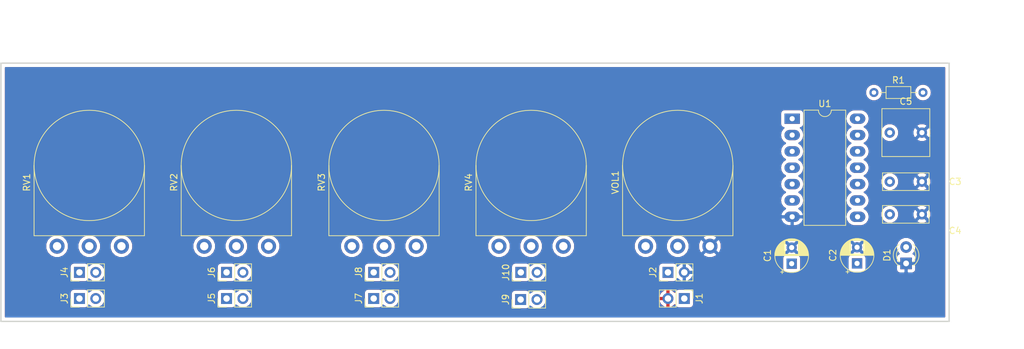
<source format=kicad_pcb>
(kicad_pcb (version 20171130) (host pcbnew "(5.0.0)")

  (general
    (thickness 1.6)
    (drawings 7)
    (tracks 0)
    (zones 0)
    (modules 23)
    (nets 22)
  )

  (page A4)
  (layers
    (0 F.Cu signal)
    (31 B.Cu signal)
    (32 B.Adhes user)
    (33 F.Adhes user)
    (34 B.Paste user)
    (35 F.Paste user)
    (36 B.SilkS user)
    (37 F.SilkS user)
    (38 B.Mask user)
    (39 F.Mask user)
    (40 Dwgs.User user)
    (41 Cmts.User user)
    (42 Eco1.User user)
    (43 Eco2.User user)
    (44 Edge.Cuts user)
    (45 Margin user)
    (46 B.CrtYd user)
    (47 F.CrtYd user)
    (48 B.Fab user)
    (49 F.Fab user)
  )

  (setup
    (last_trace_width 0.5)
    (trace_clearance 0.3)
    (zone_clearance 0.508)
    (zone_45_only no)
    (trace_min 0.2)
    (segment_width 0.2)
    (edge_width 0.15)
    (via_size 0.8)
    (via_drill 0.4)
    (via_min_size 0.4)
    (via_min_drill 0.3)
    (uvia_size 0.3)
    (uvia_drill 0.1)
    (uvias_allowed no)
    (uvia_min_size 0.2)
    (uvia_min_drill 0.1)
    (pcb_text_width 0.3)
    (pcb_text_size 1.5 1.5)
    (mod_edge_width 0.15)
    (mod_text_size 1 1)
    (mod_text_width 0.15)
    (pad_size 1.524 1.524)
    (pad_drill 0.762)
    (pad_to_mask_clearance 0.2)
    (aux_axis_origin 0 0)
    (grid_origin 49.8636 80.6416)
    (visible_elements 7FFFFFFF)
    (pcbplotparams
      (layerselection 0x010fc_ffffffff)
      (usegerberextensions false)
      (usegerberattributes false)
      (usegerberadvancedattributes false)
      (creategerberjobfile false)
      (excludeedgelayer true)
      (linewidth 0.100000)
      (plotframeref false)
      (viasonmask false)
      (mode 1)
      (useauxorigin false)
      (hpglpennumber 1)
      (hpglpenspeed 20)
      (hpglpendiameter 15.000000)
      (psnegative false)
      (psa4output false)
      (plotreference true)
      (plotvalue true)
      (plotinvisibletext false)
      (padsonsilk false)
      (subtractmaskfromsilk false)
      (outputformat 1)
      (mirror false)
      (drillshape 1)
      (scaleselection 1)
      (outputdirectory ""))
  )

  (net 0 "")
  (net 1 "Net-(C1-Pad1)")
  (net 2 GND)
  (net 3 "Net-(C2-Pad1)")
  (net 4 "Net-(C3-Pad1)")
  (net 5 "Net-(C4-Pad1)")
  (net 6 "Net-(C5-Pad1)")
  (net 7 "Net-(D1-Pad2)")
  (net 8 "Net-(J2-Pad1)")
  (net 9 "Net-(J1-Pad1)")
  (net 10 +5V)
  (net 11 "Net-(J3-Pad1)")
  (net 12 "Net-(J4-Pad1)")
  (net 13 "Net-(J4-Pad2)")
  (net 14 "Net-(J5-Pad1)")
  (net 15 "Net-(J6-Pad2)")
  (net 16 "Net-(J6-Pad1)")
  (net 17 "Net-(J7-Pad1)")
  (net 18 "Net-(J8-Pad2)")
  (net 19 "Net-(J8-Pad1)")
  (net 20 "Net-(J10-Pad2)")
  (net 21 "Net-(J10-Pad1)")

  (net_class Default "This is the default net class."
    (clearance 0.3)
    (trace_width 0.5)
    (via_dia 0.8)
    (via_drill 0.4)
    (uvia_dia 0.3)
    (uvia_drill 0.1)
    (add_net +5V)
    (add_net GND)
    (add_net "Net-(C1-Pad1)")
    (add_net "Net-(C2-Pad1)")
    (add_net "Net-(C3-Pad1)")
    (add_net "Net-(C4-Pad1)")
    (add_net "Net-(C5-Pad1)")
    (add_net "Net-(D1-Pad2)")
    (add_net "Net-(J1-Pad1)")
    (add_net "Net-(J10-Pad1)")
    (add_net "Net-(J10-Pad2)")
    (add_net "Net-(J2-Pad1)")
    (add_net "Net-(J3-Pad1)")
    (add_net "Net-(J4-Pad1)")
    (add_net "Net-(J4-Pad2)")
    (add_net "Net-(J5-Pad1)")
    (add_net "Net-(J6-Pad1)")
    (add_net "Net-(J6-Pad2)")
    (add_net "Net-(J7-Pad1)")
    (add_net "Net-(J8-Pad1)")
    (add_net "Net-(J8-Pad2)")
  )

  (module Potentiometer_THT:Potentiometer_Omeg_PC16BU_Vertical (layer F.Cu) (tedit 5A3D4993) (tstamp 5BD11876)
    (at 68.58 109.0896 90)
    (descr "Potentiometer, vertical, Omeg PC16BU, http://www.omeg.co.uk/pc6bubrc.htm")
    (tags "Potentiometer vertical Omeg PC16BU")
    (path /5BC12E44)
    (fp_text reference RV1 (at 9.915 -14.7 90) (layer F.SilkS)
      (effects (font (size 1 1) (thickness 0.15)))
    )
    (fp_text value R_POT (at 9.915 4.7 90) (layer F.Fab)
      (effects (font (size 1 1) (thickness 0.15)))
    )
    (fp_circle (center 12.55 -5) (end 21 -5) (layer F.Fab) (width 0.1))
    (fp_circle (center 12.55 -5) (end 14.55 -5) (layer F.Fab) (width 0.1))
    (fp_circle (center 12.55 -5) (end 21.12 -5) (layer F.SilkS) (width 0.12))
    (fp_line (start 12.55 -13.45) (end 1.75 -13.45) (layer F.Fab) (width 0.1))
    (fp_line (start 1.75 -13.45) (end 1.75 3.45) (layer F.Fab) (width 0.1))
    (fp_line (start 1.75 3.45) (end 12.55 3.45) (layer F.Fab) (width 0.1))
    (fp_line (start 1.63 -13.57) (end 12.55 -13.57) (layer F.SilkS) (width 0.12))
    (fp_line (start 1.63 -13.57) (end 1.63 3.57) (layer F.SilkS) (width 0.12))
    (fp_line (start 1.63 3.57) (end 12.55 3.57) (layer F.SilkS) (width 0.12))
    (fp_line (start -1.45 -13.7) (end -1.45 3.7) (layer F.CrtYd) (width 0.05))
    (fp_line (start -1.45 3.7) (end 21.25 3.7) (layer F.CrtYd) (width 0.05))
    (fp_line (start 21.25 3.7) (end 21.25 -13.7) (layer F.CrtYd) (width 0.05))
    (fp_line (start 21.25 -13.7) (end -1.45 -13.7) (layer F.CrtYd) (width 0.05))
    (fp_text user %R (at 2.75 -5 180) (layer F.Fab)
      (effects (font (size 1 1) (thickness 0.15)))
    )
    (pad 3 thru_hole circle (at 0 -10 90) (size 2.34 2.34) (drill 1.3) (layers *.Cu *.Mask)
      (net 12 "Net-(J4-Pad1)"))
    (pad 2 thru_hole circle (at 0 -5 90) (size 2.34 2.34) (drill 1.3) (layers *.Cu *.Mask)
      (net 12 "Net-(J4-Pad1)"))
    (pad 1 thru_hole circle (at 0 0 90) (size 2.34 2.34) (drill 1.3) (layers *.Cu *.Mask)
      (net 13 "Net-(J4-Pad2)"))
    (model ${KISYS3DMOD}/Potentiometer_THT.3dshapes/Potentiometer_Omeg_PC16BU_Vertical.wrl
      (at (xyz 0 0 0))
      (scale (xyz 1 1 1))
      (rotate (xyz 0 0 0))
    )
  )

  (module Potentiometer_THT:Potentiometer_Omeg_PC16BU_Vertical (layer F.Cu) (tedit 5A3D4993) (tstamp 5BD11811)
    (at 91.44 109.0896 90)
    (descr "Potentiometer, vertical, Omeg PC16BU, http://www.omeg.co.uk/pc6bubrc.htm")
    (tags "Potentiometer vertical Omeg PC16BU")
    (path /5BC12F2E)
    (fp_text reference RV2 (at 9.915 -14.7 90) (layer F.SilkS)
      (effects (font (size 1 1) (thickness 0.15)))
    )
    (fp_text value R_POT (at 9.915 4.7 90) (layer F.Fab)
      (effects (font (size 1 1) (thickness 0.15)))
    )
    (fp_text user %R (at 2.75 -5 180) (layer F.Fab)
      (effects (font (size 1 1) (thickness 0.15)))
    )
    (fp_line (start 21.25 -13.7) (end -1.45 -13.7) (layer F.CrtYd) (width 0.05))
    (fp_line (start 21.25 3.7) (end 21.25 -13.7) (layer F.CrtYd) (width 0.05))
    (fp_line (start -1.45 3.7) (end 21.25 3.7) (layer F.CrtYd) (width 0.05))
    (fp_line (start -1.45 -13.7) (end -1.45 3.7) (layer F.CrtYd) (width 0.05))
    (fp_line (start 1.63 3.57) (end 12.55 3.57) (layer F.SilkS) (width 0.12))
    (fp_line (start 1.63 -13.57) (end 1.63 3.57) (layer F.SilkS) (width 0.12))
    (fp_line (start 1.63 -13.57) (end 12.55 -13.57) (layer F.SilkS) (width 0.12))
    (fp_line (start 1.75 3.45) (end 12.55 3.45) (layer F.Fab) (width 0.1))
    (fp_line (start 1.75 -13.45) (end 1.75 3.45) (layer F.Fab) (width 0.1))
    (fp_line (start 12.55 -13.45) (end 1.75 -13.45) (layer F.Fab) (width 0.1))
    (fp_circle (center 12.55 -5) (end 21.12 -5) (layer F.SilkS) (width 0.12))
    (fp_circle (center 12.55 -5) (end 14.55 -5) (layer F.Fab) (width 0.1))
    (fp_circle (center 12.55 -5) (end 21 -5) (layer F.Fab) (width 0.1))
    (pad 1 thru_hole circle (at 0 0 90) (size 2.34 2.34) (drill 1.3) (layers *.Cu *.Mask)
      (net 15 "Net-(J6-Pad2)"))
    (pad 2 thru_hole circle (at 0 -5 90) (size 2.34 2.34) (drill 1.3) (layers *.Cu *.Mask)
      (net 16 "Net-(J6-Pad1)"))
    (pad 3 thru_hole circle (at 0 -10 90) (size 2.34 2.34) (drill 1.3) (layers *.Cu *.Mask)
      (net 16 "Net-(J6-Pad1)"))
    (model ${KISYS3DMOD}/Potentiometer_THT.3dshapes/Potentiometer_Omeg_PC16BU_Vertical.wrl
      (at (xyz 0 0 0))
      (scale (xyz 1 1 1))
      (rotate (xyz 0 0 0))
    )
  )

  (module Capacitor_THT:CP_Radial_D5.0mm_P2.50mm (layer F.Cu) (tedit 5AE50EF0) (tstamp 5BCEE145)
    (at 172.72 111.8 90)
    (descr "CP, Radial series, Radial, pin pitch=2.50mm, , diameter=5mm, Electrolytic Capacitor")
    (tags "CP Radial series Radial pin pitch 2.50mm  diameter 5mm Electrolytic Capacitor")
    (path /5BC155A7)
    (fp_text reference C1 (at 1.25 -3.75 90) (layer F.SilkS)
      (effects (font (size 1 1) (thickness 0.15)))
    )
    (fp_text value 10uF (at 1.25 3.75 90) (layer F.Fab)
      (effects (font (size 1 1) (thickness 0.15)))
    )
    (fp_circle (center 1.25 0) (end 3.75 0) (layer F.Fab) (width 0.1))
    (fp_circle (center 1.25 0) (end 3.87 0) (layer F.SilkS) (width 0.12))
    (fp_circle (center 1.25 0) (end 4 0) (layer F.CrtYd) (width 0.05))
    (fp_line (start -0.883605 -1.0875) (end -0.383605 -1.0875) (layer F.Fab) (width 0.1))
    (fp_line (start -0.633605 -1.3375) (end -0.633605 -0.8375) (layer F.Fab) (width 0.1))
    (fp_line (start 1.25 -2.58) (end 1.25 2.58) (layer F.SilkS) (width 0.12))
    (fp_line (start 1.29 -2.58) (end 1.29 2.58) (layer F.SilkS) (width 0.12))
    (fp_line (start 1.33 -2.579) (end 1.33 2.579) (layer F.SilkS) (width 0.12))
    (fp_line (start 1.37 -2.578) (end 1.37 2.578) (layer F.SilkS) (width 0.12))
    (fp_line (start 1.41 -2.576) (end 1.41 2.576) (layer F.SilkS) (width 0.12))
    (fp_line (start 1.45 -2.573) (end 1.45 2.573) (layer F.SilkS) (width 0.12))
    (fp_line (start 1.49 -2.569) (end 1.49 -1.04) (layer F.SilkS) (width 0.12))
    (fp_line (start 1.49 1.04) (end 1.49 2.569) (layer F.SilkS) (width 0.12))
    (fp_line (start 1.53 -2.565) (end 1.53 -1.04) (layer F.SilkS) (width 0.12))
    (fp_line (start 1.53 1.04) (end 1.53 2.565) (layer F.SilkS) (width 0.12))
    (fp_line (start 1.57 -2.561) (end 1.57 -1.04) (layer F.SilkS) (width 0.12))
    (fp_line (start 1.57 1.04) (end 1.57 2.561) (layer F.SilkS) (width 0.12))
    (fp_line (start 1.61 -2.556) (end 1.61 -1.04) (layer F.SilkS) (width 0.12))
    (fp_line (start 1.61 1.04) (end 1.61 2.556) (layer F.SilkS) (width 0.12))
    (fp_line (start 1.65 -2.55) (end 1.65 -1.04) (layer F.SilkS) (width 0.12))
    (fp_line (start 1.65 1.04) (end 1.65 2.55) (layer F.SilkS) (width 0.12))
    (fp_line (start 1.69 -2.543) (end 1.69 -1.04) (layer F.SilkS) (width 0.12))
    (fp_line (start 1.69 1.04) (end 1.69 2.543) (layer F.SilkS) (width 0.12))
    (fp_line (start 1.73 -2.536) (end 1.73 -1.04) (layer F.SilkS) (width 0.12))
    (fp_line (start 1.73 1.04) (end 1.73 2.536) (layer F.SilkS) (width 0.12))
    (fp_line (start 1.77 -2.528) (end 1.77 -1.04) (layer F.SilkS) (width 0.12))
    (fp_line (start 1.77 1.04) (end 1.77 2.528) (layer F.SilkS) (width 0.12))
    (fp_line (start 1.81 -2.52) (end 1.81 -1.04) (layer F.SilkS) (width 0.12))
    (fp_line (start 1.81 1.04) (end 1.81 2.52) (layer F.SilkS) (width 0.12))
    (fp_line (start 1.85 -2.511) (end 1.85 -1.04) (layer F.SilkS) (width 0.12))
    (fp_line (start 1.85 1.04) (end 1.85 2.511) (layer F.SilkS) (width 0.12))
    (fp_line (start 1.89 -2.501) (end 1.89 -1.04) (layer F.SilkS) (width 0.12))
    (fp_line (start 1.89 1.04) (end 1.89 2.501) (layer F.SilkS) (width 0.12))
    (fp_line (start 1.93 -2.491) (end 1.93 -1.04) (layer F.SilkS) (width 0.12))
    (fp_line (start 1.93 1.04) (end 1.93 2.491) (layer F.SilkS) (width 0.12))
    (fp_line (start 1.971 -2.48) (end 1.971 -1.04) (layer F.SilkS) (width 0.12))
    (fp_line (start 1.971 1.04) (end 1.971 2.48) (layer F.SilkS) (width 0.12))
    (fp_line (start 2.011 -2.468) (end 2.011 -1.04) (layer F.SilkS) (width 0.12))
    (fp_line (start 2.011 1.04) (end 2.011 2.468) (layer F.SilkS) (width 0.12))
    (fp_line (start 2.051 -2.455) (end 2.051 -1.04) (layer F.SilkS) (width 0.12))
    (fp_line (start 2.051 1.04) (end 2.051 2.455) (layer F.SilkS) (width 0.12))
    (fp_line (start 2.091 -2.442) (end 2.091 -1.04) (layer F.SilkS) (width 0.12))
    (fp_line (start 2.091 1.04) (end 2.091 2.442) (layer F.SilkS) (width 0.12))
    (fp_line (start 2.131 -2.428) (end 2.131 -1.04) (layer F.SilkS) (width 0.12))
    (fp_line (start 2.131 1.04) (end 2.131 2.428) (layer F.SilkS) (width 0.12))
    (fp_line (start 2.171 -2.414) (end 2.171 -1.04) (layer F.SilkS) (width 0.12))
    (fp_line (start 2.171 1.04) (end 2.171 2.414) (layer F.SilkS) (width 0.12))
    (fp_line (start 2.211 -2.398) (end 2.211 -1.04) (layer F.SilkS) (width 0.12))
    (fp_line (start 2.211 1.04) (end 2.211 2.398) (layer F.SilkS) (width 0.12))
    (fp_line (start 2.251 -2.382) (end 2.251 -1.04) (layer F.SilkS) (width 0.12))
    (fp_line (start 2.251 1.04) (end 2.251 2.382) (layer F.SilkS) (width 0.12))
    (fp_line (start 2.291 -2.365) (end 2.291 -1.04) (layer F.SilkS) (width 0.12))
    (fp_line (start 2.291 1.04) (end 2.291 2.365) (layer F.SilkS) (width 0.12))
    (fp_line (start 2.331 -2.348) (end 2.331 -1.04) (layer F.SilkS) (width 0.12))
    (fp_line (start 2.331 1.04) (end 2.331 2.348) (layer F.SilkS) (width 0.12))
    (fp_line (start 2.371 -2.329) (end 2.371 -1.04) (layer F.SilkS) (width 0.12))
    (fp_line (start 2.371 1.04) (end 2.371 2.329) (layer F.SilkS) (width 0.12))
    (fp_line (start 2.411 -2.31) (end 2.411 -1.04) (layer F.SilkS) (width 0.12))
    (fp_line (start 2.411 1.04) (end 2.411 2.31) (layer F.SilkS) (width 0.12))
    (fp_line (start 2.451 -2.29) (end 2.451 -1.04) (layer F.SilkS) (width 0.12))
    (fp_line (start 2.451 1.04) (end 2.451 2.29) (layer F.SilkS) (width 0.12))
    (fp_line (start 2.491 -2.268) (end 2.491 -1.04) (layer F.SilkS) (width 0.12))
    (fp_line (start 2.491 1.04) (end 2.491 2.268) (layer F.SilkS) (width 0.12))
    (fp_line (start 2.531 -2.247) (end 2.531 -1.04) (layer F.SilkS) (width 0.12))
    (fp_line (start 2.531 1.04) (end 2.531 2.247) (layer F.SilkS) (width 0.12))
    (fp_line (start 2.571 -2.224) (end 2.571 -1.04) (layer F.SilkS) (width 0.12))
    (fp_line (start 2.571 1.04) (end 2.571 2.224) (layer F.SilkS) (width 0.12))
    (fp_line (start 2.611 -2.2) (end 2.611 -1.04) (layer F.SilkS) (width 0.12))
    (fp_line (start 2.611 1.04) (end 2.611 2.2) (layer F.SilkS) (width 0.12))
    (fp_line (start 2.651 -2.175) (end 2.651 -1.04) (layer F.SilkS) (width 0.12))
    (fp_line (start 2.651 1.04) (end 2.651 2.175) (layer F.SilkS) (width 0.12))
    (fp_line (start 2.691 -2.149) (end 2.691 -1.04) (layer F.SilkS) (width 0.12))
    (fp_line (start 2.691 1.04) (end 2.691 2.149) (layer F.SilkS) (width 0.12))
    (fp_line (start 2.731 -2.122) (end 2.731 -1.04) (layer F.SilkS) (width 0.12))
    (fp_line (start 2.731 1.04) (end 2.731 2.122) (layer F.SilkS) (width 0.12))
    (fp_line (start 2.771 -2.095) (end 2.771 -1.04) (layer F.SilkS) (width 0.12))
    (fp_line (start 2.771 1.04) (end 2.771 2.095) (layer F.SilkS) (width 0.12))
    (fp_line (start 2.811 -2.065) (end 2.811 -1.04) (layer F.SilkS) (width 0.12))
    (fp_line (start 2.811 1.04) (end 2.811 2.065) (layer F.SilkS) (width 0.12))
    (fp_line (start 2.851 -2.035) (end 2.851 -1.04) (layer F.SilkS) (width 0.12))
    (fp_line (start 2.851 1.04) (end 2.851 2.035) (layer F.SilkS) (width 0.12))
    (fp_line (start 2.891 -2.004) (end 2.891 -1.04) (layer F.SilkS) (width 0.12))
    (fp_line (start 2.891 1.04) (end 2.891 2.004) (layer F.SilkS) (width 0.12))
    (fp_line (start 2.931 -1.971) (end 2.931 -1.04) (layer F.SilkS) (width 0.12))
    (fp_line (start 2.931 1.04) (end 2.931 1.971) (layer F.SilkS) (width 0.12))
    (fp_line (start 2.971 -1.937) (end 2.971 -1.04) (layer F.SilkS) (width 0.12))
    (fp_line (start 2.971 1.04) (end 2.971 1.937) (layer F.SilkS) (width 0.12))
    (fp_line (start 3.011 -1.901) (end 3.011 -1.04) (layer F.SilkS) (width 0.12))
    (fp_line (start 3.011 1.04) (end 3.011 1.901) (layer F.SilkS) (width 0.12))
    (fp_line (start 3.051 -1.864) (end 3.051 -1.04) (layer F.SilkS) (width 0.12))
    (fp_line (start 3.051 1.04) (end 3.051 1.864) (layer F.SilkS) (width 0.12))
    (fp_line (start 3.091 -1.826) (end 3.091 -1.04) (layer F.SilkS) (width 0.12))
    (fp_line (start 3.091 1.04) (end 3.091 1.826) (layer F.SilkS) (width 0.12))
    (fp_line (start 3.131 -1.785) (end 3.131 -1.04) (layer F.SilkS) (width 0.12))
    (fp_line (start 3.131 1.04) (end 3.131 1.785) (layer F.SilkS) (width 0.12))
    (fp_line (start 3.171 -1.743) (end 3.171 -1.04) (layer F.SilkS) (width 0.12))
    (fp_line (start 3.171 1.04) (end 3.171 1.743) (layer F.SilkS) (width 0.12))
    (fp_line (start 3.211 -1.699) (end 3.211 -1.04) (layer F.SilkS) (width 0.12))
    (fp_line (start 3.211 1.04) (end 3.211 1.699) (layer F.SilkS) (width 0.12))
    (fp_line (start 3.251 -1.653) (end 3.251 -1.04) (layer F.SilkS) (width 0.12))
    (fp_line (start 3.251 1.04) (end 3.251 1.653) (layer F.SilkS) (width 0.12))
    (fp_line (start 3.291 -1.605) (end 3.291 -1.04) (layer F.SilkS) (width 0.12))
    (fp_line (start 3.291 1.04) (end 3.291 1.605) (layer F.SilkS) (width 0.12))
    (fp_line (start 3.331 -1.554) (end 3.331 -1.04) (layer F.SilkS) (width 0.12))
    (fp_line (start 3.331 1.04) (end 3.331 1.554) (layer F.SilkS) (width 0.12))
    (fp_line (start 3.371 -1.5) (end 3.371 -1.04) (layer F.SilkS) (width 0.12))
    (fp_line (start 3.371 1.04) (end 3.371 1.5) (layer F.SilkS) (width 0.12))
    (fp_line (start 3.411 -1.443) (end 3.411 -1.04) (layer F.SilkS) (width 0.12))
    (fp_line (start 3.411 1.04) (end 3.411 1.443) (layer F.SilkS) (width 0.12))
    (fp_line (start 3.451 -1.383) (end 3.451 -1.04) (layer F.SilkS) (width 0.12))
    (fp_line (start 3.451 1.04) (end 3.451 1.383) (layer F.SilkS) (width 0.12))
    (fp_line (start 3.491 -1.319) (end 3.491 -1.04) (layer F.SilkS) (width 0.12))
    (fp_line (start 3.491 1.04) (end 3.491 1.319) (layer F.SilkS) (width 0.12))
    (fp_line (start 3.531 -1.251) (end 3.531 -1.04) (layer F.SilkS) (width 0.12))
    (fp_line (start 3.531 1.04) (end 3.531 1.251) (layer F.SilkS) (width 0.12))
    (fp_line (start 3.571 -1.178) (end 3.571 1.178) (layer F.SilkS) (width 0.12))
    (fp_line (start 3.611 -1.098) (end 3.611 1.098) (layer F.SilkS) (width 0.12))
    (fp_line (start 3.651 -1.011) (end 3.651 1.011) (layer F.SilkS) (width 0.12))
    (fp_line (start 3.691 -0.915) (end 3.691 0.915) (layer F.SilkS) (width 0.12))
    (fp_line (start 3.731 -0.805) (end 3.731 0.805) (layer F.SilkS) (width 0.12))
    (fp_line (start 3.771 -0.677) (end 3.771 0.677) (layer F.SilkS) (width 0.12))
    (fp_line (start 3.811 -0.518) (end 3.811 0.518) (layer F.SilkS) (width 0.12))
    (fp_line (start 3.851 -0.284) (end 3.851 0.284) (layer F.SilkS) (width 0.12))
    (fp_line (start -1.554775 -1.475) (end -1.054775 -1.475) (layer F.SilkS) (width 0.12))
    (fp_line (start -1.304775 -1.725) (end -1.304775 -1.225) (layer F.SilkS) (width 0.12))
    (fp_text user %R (at 1.25 0 90) (layer F.Fab)
      (effects (font (size 1 1) (thickness 0.15)))
    )
    (pad 1 thru_hole rect (at 0 0 90) (size 1.6 1.6) (drill 0.8) (layers *.Cu *.Mask)
      (net 1 "Net-(C1-Pad1)"))
    (pad 2 thru_hole circle (at 2.5 0 90) (size 1.6 1.6) (drill 0.8) (layers *.Cu *.Mask)
      (net 2 GND))
    (model ${KISYS3DMOD}/Capacitor_THT.3dshapes/CP_Radial_D5.0mm_P2.50mm.wrl
      (at (xyz 0 0 0))
      (scale (xyz 1 1 1))
      (rotate (xyz 0 0 0))
    )
  )

  (module Capacitor_THT:CP_Radial_D5.0mm_P2.50mm (layer F.Cu) (tedit 5AE50EF0) (tstamp 5BCEE1C9)
    (at 182.88 111.76 90)
    (descr "CP, Radial series, Radial, pin pitch=2.50mm, , diameter=5mm, Electrolytic Capacitor")
    (tags "CP Radial series Radial pin pitch 2.50mm  diameter 5mm Electrolytic Capacitor")
    (path /5BC157FA)
    (fp_text reference C2 (at 1.25 -3.75 90) (layer F.SilkS)
      (effects (font (size 1 1) (thickness 0.15)))
    )
    (fp_text value 2.2uF (at 1.25 3.75 90) (layer F.Fab)
      (effects (font (size 1 1) (thickness 0.15)))
    )
    (fp_text user %R (at 1.25 0 90) (layer F.Fab)
      (effects (font (size 1 1) (thickness 0.15)))
    )
    (fp_line (start -1.304775 -1.725) (end -1.304775 -1.225) (layer F.SilkS) (width 0.12))
    (fp_line (start -1.554775 -1.475) (end -1.054775 -1.475) (layer F.SilkS) (width 0.12))
    (fp_line (start 3.851 -0.284) (end 3.851 0.284) (layer F.SilkS) (width 0.12))
    (fp_line (start 3.811 -0.518) (end 3.811 0.518) (layer F.SilkS) (width 0.12))
    (fp_line (start 3.771 -0.677) (end 3.771 0.677) (layer F.SilkS) (width 0.12))
    (fp_line (start 3.731 -0.805) (end 3.731 0.805) (layer F.SilkS) (width 0.12))
    (fp_line (start 3.691 -0.915) (end 3.691 0.915) (layer F.SilkS) (width 0.12))
    (fp_line (start 3.651 -1.011) (end 3.651 1.011) (layer F.SilkS) (width 0.12))
    (fp_line (start 3.611 -1.098) (end 3.611 1.098) (layer F.SilkS) (width 0.12))
    (fp_line (start 3.571 -1.178) (end 3.571 1.178) (layer F.SilkS) (width 0.12))
    (fp_line (start 3.531 1.04) (end 3.531 1.251) (layer F.SilkS) (width 0.12))
    (fp_line (start 3.531 -1.251) (end 3.531 -1.04) (layer F.SilkS) (width 0.12))
    (fp_line (start 3.491 1.04) (end 3.491 1.319) (layer F.SilkS) (width 0.12))
    (fp_line (start 3.491 -1.319) (end 3.491 -1.04) (layer F.SilkS) (width 0.12))
    (fp_line (start 3.451 1.04) (end 3.451 1.383) (layer F.SilkS) (width 0.12))
    (fp_line (start 3.451 -1.383) (end 3.451 -1.04) (layer F.SilkS) (width 0.12))
    (fp_line (start 3.411 1.04) (end 3.411 1.443) (layer F.SilkS) (width 0.12))
    (fp_line (start 3.411 -1.443) (end 3.411 -1.04) (layer F.SilkS) (width 0.12))
    (fp_line (start 3.371 1.04) (end 3.371 1.5) (layer F.SilkS) (width 0.12))
    (fp_line (start 3.371 -1.5) (end 3.371 -1.04) (layer F.SilkS) (width 0.12))
    (fp_line (start 3.331 1.04) (end 3.331 1.554) (layer F.SilkS) (width 0.12))
    (fp_line (start 3.331 -1.554) (end 3.331 -1.04) (layer F.SilkS) (width 0.12))
    (fp_line (start 3.291 1.04) (end 3.291 1.605) (layer F.SilkS) (width 0.12))
    (fp_line (start 3.291 -1.605) (end 3.291 -1.04) (layer F.SilkS) (width 0.12))
    (fp_line (start 3.251 1.04) (end 3.251 1.653) (layer F.SilkS) (width 0.12))
    (fp_line (start 3.251 -1.653) (end 3.251 -1.04) (layer F.SilkS) (width 0.12))
    (fp_line (start 3.211 1.04) (end 3.211 1.699) (layer F.SilkS) (width 0.12))
    (fp_line (start 3.211 -1.699) (end 3.211 -1.04) (layer F.SilkS) (width 0.12))
    (fp_line (start 3.171 1.04) (end 3.171 1.743) (layer F.SilkS) (width 0.12))
    (fp_line (start 3.171 -1.743) (end 3.171 -1.04) (layer F.SilkS) (width 0.12))
    (fp_line (start 3.131 1.04) (end 3.131 1.785) (layer F.SilkS) (width 0.12))
    (fp_line (start 3.131 -1.785) (end 3.131 -1.04) (layer F.SilkS) (width 0.12))
    (fp_line (start 3.091 1.04) (end 3.091 1.826) (layer F.SilkS) (width 0.12))
    (fp_line (start 3.091 -1.826) (end 3.091 -1.04) (layer F.SilkS) (width 0.12))
    (fp_line (start 3.051 1.04) (end 3.051 1.864) (layer F.SilkS) (width 0.12))
    (fp_line (start 3.051 -1.864) (end 3.051 -1.04) (layer F.SilkS) (width 0.12))
    (fp_line (start 3.011 1.04) (end 3.011 1.901) (layer F.SilkS) (width 0.12))
    (fp_line (start 3.011 -1.901) (end 3.011 -1.04) (layer F.SilkS) (width 0.12))
    (fp_line (start 2.971 1.04) (end 2.971 1.937) (layer F.SilkS) (width 0.12))
    (fp_line (start 2.971 -1.937) (end 2.971 -1.04) (layer F.SilkS) (width 0.12))
    (fp_line (start 2.931 1.04) (end 2.931 1.971) (layer F.SilkS) (width 0.12))
    (fp_line (start 2.931 -1.971) (end 2.931 -1.04) (layer F.SilkS) (width 0.12))
    (fp_line (start 2.891 1.04) (end 2.891 2.004) (layer F.SilkS) (width 0.12))
    (fp_line (start 2.891 -2.004) (end 2.891 -1.04) (layer F.SilkS) (width 0.12))
    (fp_line (start 2.851 1.04) (end 2.851 2.035) (layer F.SilkS) (width 0.12))
    (fp_line (start 2.851 -2.035) (end 2.851 -1.04) (layer F.SilkS) (width 0.12))
    (fp_line (start 2.811 1.04) (end 2.811 2.065) (layer F.SilkS) (width 0.12))
    (fp_line (start 2.811 -2.065) (end 2.811 -1.04) (layer F.SilkS) (width 0.12))
    (fp_line (start 2.771 1.04) (end 2.771 2.095) (layer F.SilkS) (width 0.12))
    (fp_line (start 2.771 -2.095) (end 2.771 -1.04) (layer F.SilkS) (width 0.12))
    (fp_line (start 2.731 1.04) (end 2.731 2.122) (layer F.SilkS) (width 0.12))
    (fp_line (start 2.731 -2.122) (end 2.731 -1.04) (layer F.SilkS) (width 0.12))
    (fp_line (start 2.691 1.04) (end 2.691 2.149) (layer F.SilkS) (width 0.12))
    (fp_line (start 2.691 -2.149) (end 2.691 -1.04) (layer F.SilkS) (width 0.12))
    (fp_line (start 2.651 1.04) (end 2.651 2.175) (layer F.SilkS) (width 0.12))
    (fp_line (start 2.651 -2.175) (end 2.651 -1.04) (layer F.SilkS) (width 0.12))
    (fp_line (start 2.611 1.04) (end 2.611 2.2) (layer F.SilkS) (width 0.12))
    (fp_line (start 2.611 -2.2) (end 2.611 -1.04) (layer F.SilkS) (width 0.12))
    (fp_line (start 2.571 1.04) (end 2.571 2.224) (layer F.SilkS) (width 0.12))
    (fp_line (start 2.571 -2.224) (end 2.571 -1.04) (layer F.SilkS) (width 0.12))
    (fp_line (start 2.531 1.04) (end 2.531 2.247) (layer F.SilkS) (width 0.12))
    (fp_line (start 2.531 -2.247) (end 2.531 -1.04) (layer F.SilkS) (width 0.12))
    (fp_line (start 2.491 1.04) (end 2.491 2.268) (layer F.SilkS) (width 0.12))
    (fp_line (start 2.491 -2.268) (end 2.491 -1.04) (layer F.SilkS) (width 0.12))
    (fp_line (start 2.451 1.04) (end 2.451 2.29) (layer F.SilkS) (width 0.12))
    (fp_line (start 2.451 -2.29) (end 2.451 -1.04) (layer F.SilkS) (width 0.12))
    (fp_line (start 2.411 1.04) (end 2.411 2.31) (layer F.SilkS) (width 0.12))
    (fp_line (start 2.411 -2.31) (end 2.411 -1.04) (layer F.SilkS) (width 0.12))
    (fp_line (start 2.371 1.04) (end 2.371 2.329) (layer F.SilkS) (width 0.12))
    (fp_line (start 2.371 -2.329) (end 2.371 -1.04) (layer F.SilkS) (width 0.12))
    (fp_line (start 2.331 1.04) (end 2.331 2.348) (layer F.SilkS) (width 0.12))
    (fp_line (start 2.331 -2.348) (end 2.331 -1.04) (layer F.SilkS) (width 0.12))
    (fp_line (start 2.291 1.04) (end 2.291 2.365) (layer F.SilkS) (width 0.12))
    (fp_line (start 2.291 -2.365) (end 2.291 -1.04) (layer F.SilkS) (width 0.12))
    (fp_line (start 2.251 1.04) (end 2.251 2.382) (layer F.SilkS) (width 0.12))
    (fp_line (start 2.251 -2.382) (end 2.251 -1.04) (layer F.SilkS) (width 0.12))
    (fp_line (start 2.211 1.04) (end 2.211 2.398) (layer F.SilkS) (width 0.12))
    (fp_line (start 2.211 -2.398) (end 2.211 -1.04) (layer F.SilkS) (width 0.12))
    (fp_line (start 2.171 1.04) (end 2.171 2.414) (layer F.SilkS) (width 0.12))
    (fp_line (start 2.171 -2.414) (end 2.171 -1.04) (layer F.SilkS) (width 0.12))
    (fp_line (start 2.131 1.04) (end 2.131 2.428) (layer F.SilkS) (width 0.12))
    (fp_line (start 2.131 -2.428) (end 2.131 -1.04) (layer F.SilkS) (width 0.12))
    (fp_line (start 2.091 1.04) (end 2.091 2.442) (layer F.SilkS) (width 0.12))
    (fp_line (start 2.091 -2.442) (end 2.091 -1.04) (layer F.SilkS) (width 0.12))
    (fp_line (start 2.051 1.04) (end 2.051 2.455) (layer F.SilkS) (width 0.12))
    (fp_line (start 2.051 -2.455) (end 2.051 -1.04) (layer F.SilkS) (width 0.12))
    (fp_line (start 2.011 1.04) (end 2.011 2.468) (layer F.SilkS) (width 0.12))
    (fp_line (start 2.011 -2.468) (end 2.011 -1.04) (layer F.SilkS) (width 0.12))
    (fp_line (start 1.971 1.04) (end 1.971 2.48) (layer F.SilkS) (width 0.12))
    (fp_line (start 1.971 -2.48) (end 1.971 -1.04) (layer F.SilkS) (width 0.12))
    (fp_line (start 1.93 1.04) (end 1.93 2.491) (layer F.SilkS) (width 0.12))
    (fp_line (start 1.93 -2.491) (end 1.93 -1.04) (layer F.SilkS) (width 0.12))
    (fp_line (start 1.89 1.04) (end 1.89 2.501) (layer F.SilkS) (width 0.12))
    (fp_line (start 1.89 -2.501) (end 1.89 -1.04) (layer F.SilkS) (width 0.12))
    (fp_line (start 1.85 1.04) (end 1.85 2.511) (layer F.SilkS) (width 0.12))
    (fp_line (start 1.85 -2.511) (end 1.85 -1.04) (layer F.SilkS) (width 0.12))
    (fp_line (start 1.81 1.04) (end 1.81 2.52) (layer F.SilkS) (width 0.12))
    (fp_line (start 1.81 -2.52) (end 1.81 -1.04) (layer F.SilkS) (width 0.12))
    (fp_line (start 1.77 1.04) (end 1.77 2.528) (layer F.SilkS) (width 0.12))
    (fp_line (start 1.77 -2.528) (end 1.77 -1.04) (layer F.SilkS) (width 0.12))
    (fp_line (start 1.73 1.04) (end 1.73 2.536) (layer F.SilkS) (width 0.12))
    (fp_line (start 1.73 -2.536) (end 1.73 -1.04) (layer F.SilkS) (width 0.12))
    (fp_line (start 1.69 1.04) (end 1.69 2.543) (layer F.SilkS) (width 0.12))
    (fp_line (start 1.69 -2.543) (end 1.69 -1.04) (layer F.SilkS) (width 0.12))
    (fp_line (start 1.65 1.04) (end 1.65 2.55) (layer F.SilkS) (width 0.12))
    (fp_line (start 1.65 -2.55) (end 1.65 -1.04) (layer F.SilkS) (width 0.12))
    (fp_line (start 1.61 1.04) (end 1.61 2.556) (layer F.SilkS) (width 0.12))
    (fp_line (start 1.61 -2.556) (end 1.61 -1.04) (layer F.SilkS) (width 0.12))
    (fp_line (start 1.57 1.04) (end 1.57 2.561) (layer F.SilkS) (width 0.12))
    (fp_line (start 1.57 -2.561) (end 1.57 -1.04) (layer F.SilkS) (width 0.12))
    (fp_line (start 1.53 1.04) (end 1.53 2.565) (layer F.SilkS) (width 0.12))
    (fp_line (start 1.53 -2.565) (end 1.53 -1.04) (layer F.SilkS) (width 0.12))
    (fp_line (start 1.49 1.04) (end 1.49 2.569) (layer F.SilkS) (width 0.12))
    (fp_line (start 1.49 -2.569) (end 1.49 -1.04) (layer F.SilkS) (width 0.12))
    (fp_line (start 1.45 -2.573) (end 1.45 2.573) (layer F.SilkS) (width 0.12))
    (fp_line (start 1.41 -2.576) (end 1.41 2.576) (layer F.SilkS) (width 0.12))
    (fp_line (start 1.37 -2.578) (end 1.37 2.578) (layer F.SilkS) (width 0.12))
    (fp_line (start 1.33 -2.579) (end 1.33 2.579) (layer F.SilkS) (width 0.12))
    (fp_line (start 1.29 -2.58) (end 1.29 2.58) (layer F.SilkS) (width 0.12))
    (fp_line (start 1.25 -2.58) (end 1.25 2.58) (layer F.SilkS) (width 0.12))
    (fp_line (start -0.633605 -1.3375) (end -0.633605 -0.8375) (layer F.Fab) (width 0.1))
    (fp_line (start -0.883605 -1.0875) (end -0.383605 -1.0875) (layer F.Fab) (width 0.1))
    (fp_circle (center 1.25 0) (end 4 0) (layer F.CrtYd) (width 0.05))
    (fp_circle (center 1.25 0) (end 3.87 0) (layer F.SilkS) (width 0.12))
    (fp_circle (center 1.25 0) (end 3.75 0) (layer F.Fab) (width 0.1))
    (pad 2 thru_hole circle (at 2.5 0 90) (size 1.6 1.6) (drill 0.8) (layers *.Cu *.Mask)
      (net 2 GND))
    (pad 1 thru_hole rect (at 0 0 90) (size 1.6 1.6) (drill 0.8) (layers *.Cu *.Mask)
      (net 3 "Net-(C2-Pad1)"))
    (model ${KISYS3DMOD}/Capacitor_THT.3dshapes/CP_Radial_D5.0mm_P2.50mm.wrl
      (at (xyz 0 0 0))
      (scale (xyz 1 1 1))
      (rotate (xyz 0 0 0))
    )
  )

  (module Capacitor_THT:C_Rect_L7.0mm_W2.5mm_P5.00mm (layer F.Cu) (tedit 5AE50EF0) (tstamp 5BCEE1DC)
    (at 187.96 104.14)
    (descr "C, Rect series, Radial, pin pitch=5.00mm, , length*width=7*2.5mm^2, Capacitor")
    (tags "C Rect series Radial pin pitch 5.00mm  length 7mm width 2.5mm Capacitor")
    (path /5BC15AE5)
    (fp_text reference C3 (at 10.16 -5.08) (layer F.SilkS)
      (effects (font (size 1 1) (thickness 0.15)))
    )
    (fp_text value 100nF (at 2.5 2.5) (layer F.Fab)
      (effects (font (size 1 1) (thickness 0.15)))
    )
    (fp_line (start -1 -1.25) (end -1 1.25) (layer F.Fab) (width 0.1))
    (fp_line (start -1 1.25) (end 6 1.25) (layer F.Fab) (width 0.1))
    (fp_line (start 6 1.25) (end 6 -1.25) (layer F.Fab) (width 0.1))
    (fp_line (start 6 -1.25) (end -1 -1.25) (layer F.Fab) (width 0.1))
    (fp_line (start -1.12 -1.37) (end 6.12 -1.37) (layer F.SilkS) (width 0.12))
    (fp_line (start -1.12 1.37) (end 6.12 1.37) (layer F.SilkS) (width 0.12))
    (fp_line (start -1.12 -1.37) (end -1.12 1.37) (layer F.SilkS) (width 0.12))
    (fp_line (start 6.12 -1.37) (end 6.12 1.37) (layer F.SilkS) (width 0.12))
    (fp_line (start -1.25 -1.5) (end -1.25 1.5) (layer F.CrtYd) (width 0.05))
    (fp_line (start -1.25 1.5) (end 6.25 1.5) (layer F.CrtYd) (width 0.05))
    (fp_line (start 6.25 1.5) (end 6.25 -1.5) (layer F.CrtYd) (width 0.05))
    (fp_line (start 6.25 -1.5) (end -1.25 -1.5) (layer F.CrtYd) (width 0.05))
    (fp_text user %R (at 2.5 0) (layer F.Fab)
      (effects (font (size 1 1) (thickness 0.15)))
    )
    (pad 1 thru_hole circle (at 0 0) (size 1.6 1.6) (drill 0.8) (layers *.Cu *.Mask)
      (net 4 "Net-(C3-Pad1)"))
    (pad 2 thru_hole circle (at 5 0) (size 1.6 1.6) (drill 0.8) (layers *.Cu *.Mask)
      (net 2 GND))
    (model ${KISYS3DMOD}/Capacitor_THT.3dshapes/C_Rect_L7.0mm_W2.5mm_P5.00mm.wrl
      (at (xyz 0 0 0))
      (scale (xyz 1 1 1))
      (rotate (xyz 0 0 0))
    )
  )

  (module Capacitor_THT:C_Rect_L7.0mm_W2.5mm_P5.00mm (layer F.Cu) (tedit 5AE50EF0) (tstamp 5BCEE1EF)
    (at 187.96 99.06)
    (descr "C, Rect series, Radial, pin pitch=5.00mm, , length*width=7*2.5mm^2, Capacitor")
    (tags "C Rect series Radial pin pitch 5.00mm  length 7mm width 2.5mm Capacitor")
    (path /5BC164BC)
    (fp_text reference C4 (at 10.16 7.62) (layer F.SilkS)
      (effects (font (size 1 1) (thickness 0.15)))
    )
    (fp_text value 10nF (at 2.5 2.5) (layer F.Fab)
      (effects (font (size 1 1) (thickness 0.15)))
    )
    (fp_text user %R (at 2.5 0) (layer F.Fab)
      (effects (font (size 1 1) (thickness 0.15)))
    )
    (fp_line (start 6.25 -1.5) (end -1.25 -1.5) (layer F.CrtYd) (width 0.05))
    (fp_line (start 6.25 1.5) (end 6.25 -1.5) (layer F.CrtYd) (width 0.05))
    (fp_line (start -1.25 1.5) (end 6.25 1.5) (layer F.CrtYd) (width 0.05))
    (fp_line (start -1.25 -1.5) (end -1.25 1.5) (layer F.CrtYd) (width 0.05))
    (fp_line (start 6.12 -1.37) (end 6.12 1.37) (layer F.SilkS) (width 0.12))
    (fp_line (start -1.12 -1.37) (end -1.12 1.37) (layer F.SilkS) (width 0.12))
    (fp_line (start -1.12 1.37) (end 6.12 1.37) (layer F.SilkS) (width 0.12))
    (fp_line (start -1.12 -1.37) (end 6.12 -1.37) (layer F.SilkS) (width 0.12))
    (fp_line (start 6 -1.25) (end -1 -1.25) (layer F.Fab) (width 0.1))
    (fp_line (start 6 1.25) (end 6 -1.25) (layer F.Fab) (width 0.1))
    (fp_line (start -1 1.25) (end 6 1.25) (layer F.Fab) (width 0.1))
    (fp_line (start -1 -1.25) (end -1 1.25) (layer F.Fab) (width 0.1))
    (pad 2 thru_hole circle (at 5 0) (size 1.6 1.6) (drill 0.8) (layers *.Cu *.Mask)
      (net 2 GND))
    (pad 1 thru_hole circle (at 0 0) (size 1.6 1.6) (drill 0.8) (layers *.Cu *.Mask)
      (net 5 "Net-(C4-Pad1)"))
    (model ${KISYS3DMOD}/Capacitor_THT.3dshapes/C_Rect_L7.0mm_W2.5mm_P5.00mm.wrl
      (at (xyz 0 0 0))
      (scale (xyz 1 1 1))
      (rotate (xyz 0 0 0))
    )
  )

  (module Capacitor_THT:C_Rect_L7.2mm_W7.2mm_P5.00mm_FKS2_FKP2_MKS2_MKP2 (layer F.Cu) (tedit 5AE50EF0) (tstamp 5BCEE202)
    (at 187.96 91.44)
    (descr "C, Rect series, Radial, pin pitch=5.00mm, , length*width=7.2*7.2mm^2, Capacitor, http://www.wima.com/EN/WIMA_FKS_2.pdf")
    (tags "C Rect series Radial pin pitch 5.00mm  length 7.2mm width 7.2mm Capacitor")
    (path /5BC1A673)
    (fp_text reference C5 (at 2.5 -4.85) (layer F.SilkS)
      (effects (font (size 1 1) (thickness 0.15)))
    )
    (fp_text value 1uF (at 2.5 4.85) (layer F.Fab)
      (effects (font (size 1 1) (thickness 0.15)))
    )
    (fp_line (start -1.1 -3.6) (end -1.1 3.6) (layer F.Fab) (width 0.1))
    (fp_line (start -1.1 3.6) (end 6.1 3.6) (layer F.Fab) (width 0.1))
    (fp_line (start 6.1 3.6) (end 6.1 -3.6) (layer F.Fab) (width 0.1))
    (fp_line (start 6.1 -3.6) (end -1.1 -3.6) (layer F.Fab) (width 0.1))
    (fp_line (start -1.22 -3.72) (end 6.22 -3.72) (layer F.SilkS) (width 0.12))
    (fp_line (start -1.22 3.72) (end 6.22 3.72) (layer F.SilkS) (width 0.12))
    (fp_line (start -1.22 -3.72) (end -1.22 3.72) (layer F.SilkS) (width 0.12))
    (fp_line (start 6.22 -3.72) (end 6.22 3.72) (layer F.SilkS) (width 0.12))
    (fp_line (start -1.35 -3.85) (end -1.35 3.85) (layer F.CrtYd) (width 0.05))
    (fp_line (start -1.35 3.85) (end 6.35 3.85) (layer F.CrtYd) (width 0.05))
    (fp_line (start 6.35 3.85) (end 6.35 -3.85) (layer F.CrtYd) (width 0.05))
    (fp_line (start 6.35 -3.85) (end -1.35 -3.85) (layer F.CrtYd) (width 0.05))
    (fp_text user %R (at 2.5 0) (layer F.Fab)
      (effects (font (size 1 1) (thickness 0.15)))
    )
    (pad 1 thru_hole circle (at 0 0) (size 1.6 1.6) (drill 0.8) (layers *.Cu *.Mask)
      (net 6 "Net-(C5-Pad1)"))
    (pad 2 thru_hole circle (at 5 0) (size 1.6 1.6) (drill 0.8) (layers *.Cu *.Mask)
      (net 2 GND))
    (model ${KISYS3DMOD}/Capacitor_THT.3dshapes/C_Rect_L7.2mm_W7.2mm_P5.00mm_FKS2_FKP2_MKS2_MKP2.wrl
      (at (xyz 0 0 0))
      (scale (xyz 1 1 1))
      (rotate (xyz 0 0 0))
    )
  )

  (module LED_THT:LED_D3.0mm (layer F.Cu) (tedit 587A3A7B) (tstamp 5BD11D8F)
    (at 190.5 111.76 90)
    (descr "LED, diameter 3.0mm, 2 pins")
    (tags "LED diameter 3.0mm 2 pins")
    (path /5BC23D9A)
    (fp_text reference D1 (at 1.27 -2.96 90) (layer F.SilkS)
      (effects (font (size 1 1) (thickness 0.15)))
    )
    (fp_text value LED (at 1.27 2.96 90) (layer F.Fab)
      (effects (font (size 1 1) (thickness 0.15)))
    )
    (fp_arc (start 1.27 0) (end -0.23 -1.16619) (angle 284.3) (layer F.Fab) (width 0.1))
    (fp_arc (start 1.27 0) (end -0.29 -1.235516) (angle 108.8) (layer F.SilkS) (width 0.12))
    (fp_arc (start 1.27 0) (end -0.29 1.235516) (angle -108.8) (layer F.SilkS) (width 0.12))
    (fp_arc (start 1.27 0) (end 0.229039 -1.08) (angle 87.9) (layer F.SilkS) (width 0.12))
    (fp_arc (start 1.27 0) (end 0.229039 1.08) (angle -87.9) (layer F.SilkS) (width 0.12))
    (fp_circle (center 1.27 0) (end 2.77 0) (layer F.Fab) (width 0.1))
    (fp_line (start -0.23 -1.16619) (end -0.23 1.16619) (layer F.Fab) (width 0.1))
    (fp_line (start -0.29 -1.236) (end -0.29 -1.08) (layer F.SilkS) (width 0.12))
    (fp_line (start -0.29 1.08) (end -0.29 1.236) (layer F.SilkS) (width 0.12))
    (fp_line (start -1.15 -2.25) (end -1.15 2.25) (layer F.CrtYd) (width 0.05))
    (fp_line (start -1.15 2.25) (end 3.7 2.25) (layer F.CrtYd) (width 0.05))
    (fp_line (start 3.7 2.25) (end 3.7 -2.25) (layer F.CrtYd) (width 0.05))
    (fp_line (start 3.7 -2.25) (end -1.15 -2.25) (layer F.CrtYd) (width 0.05))
    (pad 1 thru_hole rect (at 0 0 90) (size 1.8 1.8) (drill 0.9) (layers *.Cu *.Mask)
      (net 2 GND))
    (pad 2 thru_hole circle (at 2.54 0 90) (size 1.8 1.8) (drill 0.9) (layers *.Cu *.Mask)
      (net 7 "Net-(D1-Pad2)"))
    (model ${KISYS3DMOD}/LED_THT.3dshapes/LED_D3.0mm.wrl
      (at (xyz 0 0 0))
      (scale (xyz 1 1 1))
      (rotate (xyz 0 0 0))
    )
  )

  (module Potentiometer_THT:Potentiometer_Omeg_PC16BU_Vertical (layer F.Cu) (tedit 5A3D4993) (tstamp 5BCEE265)
    (at 114.3796 109.0896 90)
    (descr "Potentiometer, vertical, Omeg PC16BU, http://www.omeg.co.uk/pc6bubrc.htm")
    (tags "Potentiometer vertical Omeg PC16BU")
    (path /5BC12EEB)
    (fp_text reference RV3 (at 9.915 -14.7 90) (layer F.SilkS)
      (effects (font (size 1 1) (thickness 0.15)))
    )
    (fp_text value R_POT (at 9.915 4.7 90) (layer F.Fab)
      (effects (font (size 1 1) (thickness 0.15)))
    )
    (fp_circle (center 12.55 -5) (end 21 -5) (layer F.Fab) (width 0.1))
    (fp_circle (center 12.55 -5) (end 14.55 -5) (layer F.Fab) (width 0.1))
    (fp_circle (center 12.55 -5) (end 21.12 -5) (layer F.SilkS) (width 0.12))
    (fp_line (start 12.55 -13.45) (end 1.75 -13.45) (layer F.Fab) (width 0.1))
    (fp_line (start 1.75 -13.45) (end 1.75 3.45) (layer F.Fab) (width 0.1))
    (fp_line (start 1.75 3.45) (end 12.55 3.45) (layer F.Fab) (width 0.1))
    (fp_line (start 1.63 -13.57) (end 12.55 -13.57) (layer F.SilkS) (width 0.12))
    (fp_line (start 1.63 -13.57) (end 1.63 3.57) (layer F.SilkS) (width 0.12))
    (fp_line (start 1.63 3.57) (end 12.55 3.57) (layer F.SilkS) (width 0.12))
    (fp_line (start -1.45 -13.7) (end -1.45 3.7) (layer F.CrtYd) (width 0.05))
    (fp_line (start -1.45 3.7) (end 21.25 3.7) (layer F.CrtYd) (width 0.05))
    (fp_line (start 21.25 3.7) (end 21.25 -13.7) (layer F.CrtYd) (width 0.05))
    (fp_line (start 21.25 -13.7) (end -1.45 -13.7) (layer F.CrtYd) (width 0.05))
    (fp_text user %R (at 2.75 -5 180) (layer F.Fab)
      (effects (font (size 1 1) (thickness 0.15)))
    )
    (pad 3 thru_hole circle (at 0 -10 90) (size 2.34 2.34) (drill 1.3) (layers *.Cu *.Mask)
      (net 19 "Net-(J8-Pad1)"))
    (pad 2 thru_hole circle (at 0 -5 90) (size 2.34 2.34) (drill 1.3) (layers *.Cu *.Mask)
      (net 19 "Net-(J8-Pad1)"))
    (pad 1 thru_hole circle (at 0 0 90) (size 2.34 2.34) (drill 1.3) (layers *.Cu *.Mask)
      (net 18 "Net-(J8-Pad2)"))
    (model ${KISYS3DMOD}/Potentiometer_THT.3dshapes/Potentiometer_Omeg_PC16BU_Vertical.wrl
      (at (xyz 0 0 0))
      (scale (xyz 1 1 1))
      (rotate (xyz 0 0 0))
    )
  )

  (module Potentiometer_THT:Potentiometer_Omeg_PC16BU_Vertical (layer F.Cu) (tedit 5A3D4993) (tstamp 5BCEE27A)
    (at 137.2396 109.0896 90)
    (descr "Potentiometer, vertical, Omeg PC16BU, http://www.omeg.co.uk/pc6bubrc.htm")
    (tags "Potentiometer vertical Omeg PC16BU")
    (path /5BC12F84)
    (fp_text reference RV4 (at 9.915 -14.7 90) (layer F.SilkS)
      (effects (font (size 1 1) (thickness 0.15)))
    )
    (fp_text value R_POT (at 9.915 4.7 90) (layer F.Fab)
      (effects (font (size 1 1) (thickness 0.15)))
    )
    (fp_circle (center 12.55 -5) (end 21 -5) (layer F.Fab) (width 0.1))
    (fp_circle (center 12.55 -5) (end 14.55 -5) (layer F.Fab) (width 0.1))
    (fp_circle (center 12.55 -5) (end 21.12 -5) (layer F.SilkS) (width 0.12))
    (fp_line (start 12.55 -13.45) (end 1.75 -13.45) (layer F.Fab) (width 0.1))
    (fp_line (start 1.75 -13.45) (end 1.75 3.45) (layer F.Fab) (width 0.1))
    (fp_line (start 1.75 3.45) (end 12.55 3.45) (layer F.Fab) (width 0.1))
    (fp_line (start 1.63 -13.57) (end 12.55 -13.57) (layer F.SilkS) (width 0.12))
    (fp_line (start 1.63 -13.57) (end 1.63 3.57) (layer F.SilkS) (width 0.12))
    (fp_line (start 1.63 3.57) (end 12.55 3.57) (layer F.SilkS) (width 0.12))
    (fp_line (start -1.45 -13.7) (end -1.45 3.7) (layer F.CrtYd) (width 0.05))
    (fp_line (start -1.45 3.7) (end 21.25 3.7) (layer F.CrtYd) (width 0.05))
    (fp_line (start 21.25 3.7) (end 21.25 -13.7) (layer F.CrtYd) (width 0.05))
    (fp_line (start 21.25 -13.7) (end -1.45 -13.7) (layer F.CrtYd) (width 0.05))
    (fp_text user %R (at 2.75 -5 180) (layer F.Fab)
      (effects (font (size 1 1) (thickness 0.15)))
    )
    (pad 3 thru_hole circle (at 0 -10 90) (size 2.34 2.34) (drill 1.3) (layers *.Cu *.Mask)
      (net 21 "Net-(J10-Pad1)"))
    (pad 2 thru_hole circle (at 0 -5 90) (size 2.34 2.34) (drill 1.3) (layers *.Cu *.Mask)
      (net 21 "Net-(J10-Pad1)"))
    (pad 1 thru_hole circle (at 0 0 90) (size 2.34 2.34) (drill 1.3) (layers *.Cu *.Mask)
      (net 20 "Net-(J10-Pad2)"))
    (model ${KISYS3DMOD}/Potentiometer_THT.3dshapes/Potentiometer_Omeg_PC16BU_Vertical.wrl
      (at (xyz 0 0 0))
      (scale (xyz 1 1 1))
      (rotate (xyz 0 0 0))
    )
  )

  (module Package_DIP:DIP-14_W10.16mm_LongPads (layer F.Cu) (tedit 5A02E8C5) (tstamp 5BCEE29C)
    (at 172.7996 89.2776)
    (descr "14-lead though-hole mounted DIP package, row spacing 10.16 mm (400 mils), LongPads")
    (tags "THT DIP DIL PDIP 2.54mm 10.16mm 400mil LongPads")
    (path /5BC11ECD)
    (fp_text reference U1 (at 5.08 -2.33) (layer F.SilkS)
      (effects (font (size 1 1) (thickness 0.15)))
    )
    (fp_text value HEF4093B (at 5.08 17.57) (layer F.Fab)
      (effects (font (size 1 1) (thickness 0.15)))
    )
    (fp_arc (start 5.08 -1.33) (end 4.08 -1.33) (angle -180) (layer F.SilkS) (width 0.12))
    (fp_line (start 2.905 -1.27) (end 8.255 -1.27) (layer F.Fab) (width 0.1))
    (fp_line (start 8.255 -1.27) (end 8.255 16.51) (layer F.Fab) (width 0.1))
    (fp_line (start 8.255 16.51) (end 1.905 16.51) (layer F.Fab) (width 0.1))
    (fp_line (start 1.905 16.51) (end 1.905 -0.27) (layer F.Fab) (width 0.1))
    (fp_line (start 1.905 -0.27) (end 2.905 -1.27) (layer F.Fab) (width 0.1))
    (fp_line (start 4.08 -1.33) (end 1.845 -1.33) (layer F.SilkS) (width 0.12))
    (fp_line (start 1.845 -1.33) (end 1.845 16.57) (layer F.SilkS) (width 0.12))
    (fp_line (start 1.845 16.57) (end 8.315 16.57) (layer F.SilkS) (width 0.12))
    (fp_line (start 8.315 16.57) (end 8.315 -1.33) (layer F.SilkS) (width 0.12))
    (fp_line (start 8.315 -1.33) (end 6.08 -1.33) (layer F.SilkS) (width 0.12))
    (fp_line (start -1.5 -1.55) (end -1.5 16.8) (layer F.CrtYd) (width 0.05))
    (fp_line (start -1.5 16.8) (end 11.65 16.8) (layer F.CrtYd) (width 0.05))
    (fp_line (start 11.65 16.8) (end 11.65 -1.55) (layer F.CrtYd) (width 0.05))
    (fp_line (start 11.65 -1.55) (end -1.5 -1.55) (layer F.CrtYd) (width 0.05))
    (fp_text user %R (at 5.08 7.62) (layer F.Fab)
      (effects (font (size 1 1) (thickness 0.15)))
    )
    (pad 1 thru_hole rect (at 0 0) (size 2.4 1.6) (drill 0.8) (layers *.Cu *.Mask)
      (net 9 "Net-(J1-Pad1)"))
    (pad 8 thru_hole oval (at 10.16 15.24) (size 2.4 1.6) (drill 0.8) (layers *.Cu *.Mask)
      (net 14 "Net-(J5-Pad1)"))
    (pad 2 thru_hole oval (at 0 2.54) (size 2.4 1.6) (drill 0.8) (layers *.Cu *.Mask)
      (net 1 "Net-(C1-Pad1)"))
    (pad 9 thru_hole oval (at 10.16 12.7) (size 2.4 1.6) (drill 0.8) (layers *.Cu *.Mask)
      (net 4 "Net-(C3-Pad1)"))
    (pad 3 thru_hole oval (at 0 5.08) (size 2.4 1.6) (drill 0.8) (layers *.Cu *.Mask)
      (net 11 "Net-(J3-Pad1)"))
    (pad 10 thru_hole oval (at 10.16 10.16) (size 2.4 1.6) (drill 0.8) (layers *.Cu *.Mask)
      (net 17 "Net-(J7-Pad1)"))
    (pad 4 thru_hole oval (at 0 7.62) (size 2.4 1.6) (drill 0.8) (layers *.Cu *.Mask)
      (net 14 "Net-(J5-Pad1)"))
    (pad 11 thru_hole oval (at 10.16 7.62) (size 2.4 1.6) (drill 0.8) (layers *.Cu *.Mask)
      (net 6 "Net-(C5-Pad1)"))
    (pad 5 thru_hole oval (at 0 10.16) (size 2.4 1.6) (drill 0.8) (layers *.Cu *.Mask)
      (net 11 "Net-(J3-Pad1)"))
    (pad 12 thru_hole oval (at 10.16 5.08) (size 2.4 1.6) (drill 0.8) (layers *.Cu *.Mask)
      (net 17 "Net-(J7-Pad1)"))
    (pad 6 thru_hole oval (at 0 12.7) (size 2.4 1.6) (drill 0.8) (layers *.Cu *.Mask)
      (net 3 "Net-(C2-Pad1)"))
    (pad 13 thru_hole oval (at 10.16 2.54) (size 2.4 1.6) (drill 0.8) (layers *.Cu *.Mask)
      (net 5 "Net-(C4-Pad1)"))
    (pad 7 thru_hole oval (at 0 15.24) (size 2.4 1.6) (drill 0.8) (layers *.Cu *.Mask)
      (net 2 GND))
    (pad 14 thru_hole oval (at 10.16 0) (size 2.4 1.6) (drill 0.8) (layers *.Cu *.Mask)
      (net 9 "Net-(J1-Pad1)"))
    (model ${KISYS3DMOD}/Package_DIP.3dshapes/DIP-14_W10.16mm.wrl
      (at (xyz 0 0 0))
      (scale (xyz 1 1 1))
      (rotate (xyz 0 0 0))
    )
  )

  (module Potentiometer_THT:Potentiometer_Omeg_PC16BU_Vertical (layer F.Cu) (tedit 5A3D4993) (tstamp 5BCEE2B1)
    (at 160.02 109.0896 90)
    (descr "Potentiometer, vertical, Omeg PC16BU, http://www.omeg.co.uk/pc6bubrc.htm")
    (tags "Potentiometer vertical Omeg PC16BU")
    (path /5BC2CCA9)
    (fp_text reference VOL1 (at 9.915 -14.7 90) (layer F.SilkS)
      (effects (font (size 1 1) (thickness 0.15)))
    )
    (fp_text value 100kA (at 9.915 4.7 90) (layer F.Fab)
      (effects (font (size 1 1) (thickness 0.15)))
    )
    (fp_text user %R (at 2.75 -5 180) (layer F.Fab)
      (effects (font (size 1 1) (thickness 0.15)))
    )
    (fp_line (start 21.25 -13.7) (end -1.45 -13.7) (layer F.CrtYd) (width 0.05))
    (fp_line (start 21.25 3.7) (end 21.25 -13.7) (layer F.CrtYd) (width 0.05))
    (fp_line (start -1.45 3.7) (end 21.25 3.7) (layer F.CrtYd) (width 0.05))
    (fp_line (start -1.45 -13.7) (end -1.45 3.7) (layer F.CrtYd) (width 0.05))
    (fp_line (start 1.63 3.57) (end 12.55 3.57) (layer F.SilkS) (width 0.12))
    (fp_line (start 1.63 -13.57) (end 1.63 3.57) (layer F.SilkS) (width 0.12))
    (fp_line (start 1.63 -13.57) (end 12.55 -13.57) (layer F.SilkS) (width 0.12))
    (fp_line (start 1.75 3.45) (end 12.55 3.45) (layer F.Fab) (width 0.1))
    (fp_line (start 1.75 -13.45) (end 1.75 3.45) (layer F.Fab) (width 0.1))
    (fp_line (start 12.55 -13.45) (end 1.75 -13.45) (layer F.Fab) (width 0.1))
    (fp_circle (center 12.55 -5) (end 21.12 -5) (layer F.SilkS) (width 0.12))
    (fp_circle (center 12.55 -5) (end 14.55 -5) (layer F.Fab) (width 0.1))
    (fp_circle (center 12.55 -5) (end 21 -5) (layer F.Fab) (width 0.1))
    (pad 1 thru_hole circle (at 0 0 90) (size 2.34 2.34) (drill 1.3) (layers *.Cu *.Mask)
      (net 2 GND))
    (pad 2 thru_hole circle (at 0 -5 90) (size 2.34 2.34) (drill 1.3) (layers *.Cu *.Mask)
      (net 6 "Net-(C5-Pad1)"))
    (pad 3 thru_hole circle (at 0 -10 90) (size 2.34 2.34) (drill 1.3) (layers *.Cu *.Mask)
      (net 8 "Net-(J2-Pad1)"))
    (model ${KISYS3DMOD}/Potentiometer_THT.3dshapes/Potentiometer_Omeg_PC16BU_Vertical.wrl
      (at (xyz 0 0 0))
      (scale (xyz 1 1 1))
      (rotate (xyz 0 0 0))
    )
  )

  (module Resistor_THT:R_Axial_DIN0204_L3.6mm_D1.6mm_P7.62mm_Horizontal (layer F.Cu) (tedit 5AE5139B) (tstamp 5BD02894)
    (at 185.4996 85.2136)
    (descr "Resistor, Axial_DIN0204 series, Axial, Horizontal, pin pitch=7.62mm, 0.167W, length*diameter=3.6*1.6mm^2, http://cdn-reichelt.de/documents/datenblatt/B400/1_4W%23YAG.pdf")
    (tags "Resistor Axial_DIN0204 series Axial Horizontal pin pitch 7.62mm 0.167W length 3.6mm diameter 1.6mm")
    (path /5BC23C51)
    (fp_text reference R1 (at 3.81 -1.92) (layer F.SilkS)
      (effects (font (size 1 1) (thickness 0.15)))
    )
    (fp_text value 600 (at 3.81 1.92) (layer F.Fab)
      (effects (font (size 1 1) (thickness 0.15)))
    )
    (fp_line (start 2.01 -0.8) (end 2.01 0.8) (layer F.Fab) (width 0.1))
    (fp_line (start 2.01 0.8) (end 5.61 0.8) (layer F.Fab) (width 0.1))
    (fp_line (start 5.61 0.8) (end 5.61 -0.8) (layer F.Fab) (width 0.1))
    (fp_line (start 5.61 -0.8) (end 2.01 -0.8) (layer F.Fab) (width 0.1))
    (fp_line (start 0 0) (end 2.01 0) (layer F.Fab) (width 0.1))
    (fp_line (start 7.62 0) (end 5.61 0) (layer F.Fab) (width 0.1))
    (fp_line (start 1.89 -0.92) (end 1.89 0.92) (layer F.SilkS) (width 0.12))
    (fp_line (start 1.89 0.92) (end 5.73 0.92) (layer F.SilkS) (width 0.12))
    (fp_line (start 5.73 0.92) (end 5.73 -0.92) (layer F.SilkS) (width 0.12))
    (fp_line (start 5.73 -0.92) (end 1.89 -0.92) (layer F.SilkS) (width 0.12))
    (fp_line (start 0.94 0) (end 1.89 0) (layer F.SilkS) (width 0.12))
    (fp_line (start 6.68 0) (end 5.73 0) (layer F.SilkS) (width 0.12))
    (fp_line (start -0.95 -1.05) (end -0.95 1.05) (layer F.CrtYd) (width 0.05))
    (fp_line (start -0.95 1.05) (end 8.57 1.05) (layer F.CrtYd) (width 0.05))
    (fp_line (start 8.57 1.05) (end 8.57 -1.05) (layer F.CrtYd) (width 0.05))
    (fp_line (start 8.57 -1.05) (end -0.95 -1.05) (layer F.CrtYd) (width 0.05))
    (fp_text user %R (at 3.81 0) (layer F.Fab)
      (effects (font (size 0.72 0.72) (thickness 0.108)))
    )
    (pad 1 thru_hole circle (at 0 0) (size 1.4 1.4) (drill 0.7) (layers *.Cu *.Mask)
      (net 6 "Net-(C5-Pad1)"))
    (pad 2 thru_hole oval (at 7.62 0) (size 1.4 1.4) (drill 0.7) (layers *.Cu *.Mask)
      (net 7 "Net-(D1-Pad2)"))
    (model ${KISYS3DMOD}/Resistor_THT.3dshapes/R_Axial_DIN0204_L3.6mm_D1.6mm_P7.62mm_Horizontal.wrl
      (at (xyz 0 0 0))
      (scale (xyz 1 1 1))
      (rotate (xyz 0 0 0))
    )
  )

  (module Connector_PinHeader_2.54mm:PinHeader_1x02_P2.54mm_Vertical (layer F.Cu) (tedit 59FED5CC) (tstamp 5BD02AA6)
    (at 156.0356 117.2176 270)
    (descr "Through hole straight pin header, 1x02, 2.54mm pitch, single row")
    (tags "Through hole pin header THT 1x02 2.54mm single row")
    (path /5BC25C3F)
    (fp_text reference J1 (at 0 -2.33 270) (layer F.SilkS)
      (effects (font (size 1 1) (thickness 0.15)))
    )
    (fp_text value Conn_01x02_Female (at 0 4.87 270) (layer F.Fab)
      (effects (font (size 1 1) (thickness 0.15)))
    )
    (fp_line (start -0.635 -1.27) (end 1.27 -1.27) (layer F.Fab) (width 0.1))
    (fp_line (start 1.27 -1.27) (end 1.27 3.81) (layer F.Fab) (width 0.1))
    (fp_line (start 1.27 3.81) (end -1.27 3.81) (layer F.Fab) (width 0.1))
    (fp_line (start -1.27 3.81) (end -1.27 -0.635) (layer F.Fab) (width 0.1))
    (fp_line (start -1.27 -0.635) (end -0.635 -1.27) (layer F.Fab) (width 0.1))
    (fp_line (start -1.33 3.87) (end 1.33 3.87) (layer F.SilkS) (width 0.12))
    (fp_line (start -1.33 1.27) (end -1.33 3.87) (layer F.SilkS) (width 0.12))
    (fp_line (start 1.33 1.27) (end 1.33 3.87) (layer F.SilkS) (width 0.12))
    (fp_line (start -1.33 1.27) (end 1.33 1.27) (layer F.SilkS) (width 0.12))
    (fp_line (start -1.33 0) (end -1.33 -1.33) (layer F.SilkS) (width 0.12))
    (fp_line (start -1.33 -1.33) (end 0 -1.33) (layer F.SilkS) (width 0.12))
    (fp_line (start -1.8 -1.8) (end -1.8 4.35) (layer F.CrtYd) (width 0.05))
    (fp_line (start -1.8 4.35) (end 1.8 4.35) (layer F.CrtYd) (width 0.05))
    (fp_line (start 1.8 4.35) (end 1.8 -1.8) (layer F.CrtYd) (width 0.05))
    (fp_line (start 1.8 -1.8) (end -1.8 -1.8) (layer F.CrtYd) (width 0.05))
    (fp_text user %R (at 0 1.27) (layer F.Fab)
      (effects (font (size 1 1) (thickness 0.15)))
    )
    (pad 1 thru_hole rect (at 0 0 270) (size 1.7 1.7) (drill 1) (layers *.Cu *.Mask)
      (net 9 "Net-(J1-Pad1)"))
    (pad 2 thru_hole oval (at 0 2.54 270) (size 1.7 1.7) (drill 1) (layers *.Cu *.Mask)
      (net 10 +5V))
    (model ${KISYS3DMOD}/Connector_PinHeader_2.54mm.3dshapes/PinHeader_1x02_P2.54mm_Vertical.wrl
      (at (xyz 0 0 0))
      (scale (xyz 1 1 1))
      (rotate (xyz 0 0 0))
    )
  )

  (module Connector_PinHeader_2.54mm:PinHeader_1x02_P2.54mm_Vertical (layer F.Cu) (tedit 59FED5CC) (tstamp 5BD11C43)
    (at 153.4956 113.1536 90)
    (descr "Through hole straight pin header, 1x02, 2.54mm pitch, single row")
    (tags "Through hole pin header THT 1x02 2.54mm single row")
    (path /5BC2C8A6)
    (fp_text reference J2 (at 0 -2.33 90) (layer F.SilkS)
      (effects (font (size 1 1) (thickness 0.15)))
    )
    (fp_text value Conn_01x02_Female (at 0 4.87 90) (layer F.Fab)
      (effects (font (size 1 1) (thickness 0.15)))
    )
    (fp_text user %R (at 0 1.27 180) (layer F.Fab)
      (effects (font (size 1 1) (thickness 0.15)))
    )
    (fp_line (start 1.8 -1.8) (end -1.8 -1.8) (layer F.CrtYd) (width 0.05))
    (fp_line (start 1.8 4.35) (end 1.8 -1.8) (layer F.CrtYd) (width 0.05))
    (fp_line (start -1.8 4.35) (end 1.8 4.35) (layer F.CrtYd) (width 0.05))
    (fp_line (start -1.8 -1.8) (end -1.8 4.35) (layer F.CrtYd) (width 0.05))
    (fp_line (start -1.33 -1.33) (end 0 -1.33) (layer F.SilkS) (width 0.12))
    (fp_line (start -1.33 0) (end -1.33 -1.33) (layer F.SilkS) (width 0.12))
    (fp_line (start -1.33 1.27) (end 1.33 1.27) (layer F.SilkS) (width 0.12))
    (fp_line (start 1.33 1.27) (end 1.33 3.87) (layer F.SilkS) (width 0.12))
    (fp_line (start -1.33 1.27) (end -1.33 3.87) (layer F.SilkS) (width 0.12))
    (fp_line (start -1.33 3.87) (end 1.33 3.87) (layer F.SilkS) (width 0.12))
    (fp_line (start -1.27 -0.635) (end -0.635 -1.27) (layer F.Fab) (width 0.1))
    (fp_line (start -1.27 3.81) (end -1.27 -0.635) (layer F.Fab) (width 0.1))
    (fp_line (start 1.27 3.81) (end -1.27 3.81) (layer F.Fab) (width 0.1))
    (fp_line (start 1.27 -1.27) (end 1.27 3.81) (layer F.Fab) (width 0.1))
    (fp_line (start -0.635 -1.27) (end 1.27 -1.27) (layer F.Fab) (width 0.1))
    (pad 2 thru_hole oval (at 0 2.54 90) (size 1.7 1.7) (drill 1) (layers *.Cu *.Mask)
      (net 2 GND))
    (pad 1 thru_hole rect (at 0 0 90) (size 1.7 1.7) (drill 1) (layers *.Cu *.Mask)
      (net 8 "Net-(J2-Pad1)"))
    (model ${KISYS3DMOD}/Connector_PinHeader_2.54mm.3dshapes/PinHeader_1x02_P2.54mm_Vertical.wrl
      (at (xyz 0 0 0))
      (scale (xyz 1 1 1))
      (rotate (xyz 0 0 0))
    )
  )

  (module Connector_PinHeader_2.54mm:PinHeader_1x02_P2.54mm_Vertical (layer F.Cu) (tedit 59FED5CC) (tstamp 5BD10666)
    (at 62.0556 117.2176 90)
    (descr "Through hole straight pin header, 1x02, 2.54mm pitch, single row")
    (tags "Through hole pin header THT 1x02 2.54mm single row")
    (path /5BC3A717)
    (fp_text reference J3 (at 0 -2.33 90) (layer F.SilkS)
      (effects (font (size 1 1) (thickness 0.15)))
    )
    (fp_text value Conn_01x02_Female (at 0 4.87 90) (layer F.Fab)
      (effects (font (size 1 1) (thickness 0.15)))
    )
    (fp_text user %R (at 0 1.27 180) (layer F.Fab)
      (effects (font (size 1 1) (thickness 0.15)))
    )
    (fp_line (start 1.8 -1.8) (end -1.8 -1.8) (layer F.CrtYd) (width 0.05))
    (fp_line (start 1.8 4.35) (end 1.8 -1.8) (layer F.CrtYd) (width 0.05))
    (fp_line (start -1.8 4.35) (end 1.8 4.35) (layer F.CrtYd) (width 0.05))
    (fp_line (start -1.8 -1.8) (end -1.8 4.35) (layer F.CrtYd) (width 0.05))
    (fp_line (start -1.33 -1.33) (end 0 -1.33) (layer F.SilkS) (width 0.12))
    (fp_line (start -1.33 0) (end -1.33 -1.33) (layer F.SilkS) (width 0.12))
    (fp_line (start -1.33 1.27) (end 1.33 1.27) (layer F.SilkS) (width 0.12))
    (fp_line (start 1.33 1.27) (end 1.33 3.87) (layer F.SilkS) (width 0.12))
    (fp_line (start -1.33 1.27) (end -1.33 3.87) (layer F.SilkS) (width 0.12))
    (fp_line (start -1.33 3.87) (end 1.33 3.87) (layer F.SilkS) (width 0.12))
    (fp_line (start -1.27 -0.635) (end -0.635 -1.27) (layer F.Fab) (width 0.1))
    (fp_line (start -1.27 3.81) (end -1.27 -0.635) (layer F.Fab) (width 0.1))
    (fp_line (start 1.27 3.81) (end -1.27 3.81) (layer F.Fab) (width 0.1))
    (fp_line (start 1.27 -1.27) (end 1.27 3.81) (layer F.Fab) (width 0.1))
    (fp_line (start -0.635 -1.27) (end 1.27 -1.27) (layer F.Fab) (width 0.1))
    (pad 2 thru_hole oval (at 0 2.54 90) (size 1.7 1.7) (drill 1) (layers *.Cu *.Mask)
      (net 1 "Net-(C1-Pad1)"))
    (pad 1 thru_hole rect (at 0 0 90) (size 1.7 1.7) (drill 1) (layers *.Cu *.Mask)
      (net 11 "Net-(J3-Pad1)"))
    (model ${KISYS3DMOD}/Connector_PinHeader_2.54mm.3dshapes/PinHeader_1x02_P2.54mm_Vertical.wrl
      (at (xyz 0 0 0))
      (scale (xyz 1 1 1))
      (rotate (xyz 0 0 0))
    )
  )

  (module Connector_PinHeader_2.54mm:PinHeader_1x02_P2.54mm_Vertical (layer F.Cu) (tedit 59FED5CC) (tstamp 5BD10798)
    (at 62.0556 113.1536 90)
    (descr "Through hole straight pin header, 1x02, 2.54mm pitch, single row")
    (tags "Through hole pin header THT 1x02 2.54mm single row")
    (path /5BC402C0)
    (fp_text reference J4 (at 0 -2.33 90) (layer F.SilkS)
      (effects (font (size 1 1) (thickness 0.15)))
    )
    (fp_text value Conn_01x02_Female (at 0 4.87 90) (layer F.Fab)
      (effects (font (size 1 1) (thickness 0.15)))
    )
    (fp_line (start -0.635 -1.27) (end 1.27 -1.27) (layer F.Fab) (width 0.1))
    (fp_line (start 1.27 -1.27) (end 1.27 3.81) (layer F.Fab) (width 0.1))
    (fp_line (start 1.27 3.81) (end -1.27 3.81) (layer F.Fab) (width 0.1))
    (fp_line (start -1.27 3.81) (end -1.27 -0.635) (layer F.Fab) (width 0.1))
    (fp_line (start -1.27 -0.635) (end -0.635 -1.27) (layer F.Fab) (width 0.1))
    (fp_line (start -1.33 3.87) (end 1.33 3.87) (layer F.SilkS) (width 0.12))
    (fp_line (start -1.33 1.27) (end -1.33 3.87) (layer F.SilkS) (width 0.12))
    (fp_line (start 1.33 1.27) (end 1.33 3.87) (layer F.SilkS) (width 0.12))
    (fp_line (start -1.33 1.27) (end 1.33 1.27) (layer F.SilkS) (width 0.12))
    (fp_line (start -1.33 0) (end -1.33 -1.33) (layer F.SilkS) (width 0.12))
    (fp_line (start -1.33 -1.33) (end 0 -1.33) (layer F.SilkS) (width 0.12))
    (fp_line (start -1.8 -1.8) (end -1.8 4.35) (layer F.CrtYd) (width 0.05))
    (fp_line (start -1.8 4.35) (end 1.8 4.35) (layer F.CrtYd) (width 0.05))
    (fp_line (start 1.8 4.35) (end 1.8 -1.8) (layer F.CrtYd) (width 0.05))
    (fp_line (start 1.8 -1.8) (end -1.8 -1.8) (layer F.CrtYd) (width 0.05))
    (fp_text user %R (at 0 1.27 180) (layer F.Fab)
      (effects (font (size 1 1) (thickness 0.15)))
    )
    (pad 1 thru_hole rect (at 0 0 90) (size 1.7 1.7) (drill 1) (layers *.Cu *.Mask)
      (net 12 "Net-(J4-Pad1)"))
    (pad 2 thru_hole oval (at 0 2.54 90) (size 1.7 1.7) (drill 1) (layers *.Cu *.Mask)
      (net 13 "Net-(J4-Pad2)"))
    (model ${KISYS3DMOD}/Connector_PinHeader_2.54mm.3dshapes/PinHeader_1x02_P2.54mm_Vertical.wrl
      (at (xyz 0 0 0))
      (scale (xyz 1 1 1))
      (rotate (xyz 0 0 0))
    )
  )

  (module Connector_PinHeader_2.54mm:PinHeader_1x02_P2.54mm_Vertical (layer F.Cu) (tedit 59FED5CC) (tstamp 5BD108AD)
    (at 84.9156 117.2176 90)
    (descr "Through hole straight pin header, 1x02, 2.54mm pitch, single row")
    (tags "Through hole pin header THT 1x02 2.54mm single row")
    (path /5BC4A6AB)
    (fp_text reference J5 (at 0 -2.33 90) (layer F.SilkS)
      (effects (font (size 1 1) (thickness 0.15)))
    )
    (fp_text value Conn_01x02_Female (at 0 4.87 90) (layer F.Fab)
      (effects (font (size 1 1) (thickness 0.15)))
    )
    (fp_line (start -0.635 -1.27) (end 1.27 -1.27) (layer F.Fab) (width 0.1))
    (fp_line (start 1.27 -1.27) (end 1.27 3.81) (layer F.Fab) (width 0.1))
    (fp_line (start 1.27 3.81) (end -1.27 3.81) (layer F.Fab) (width 0.1))
    (fp_line (start -1.27 3.81) (end -1.27 -0.635) (layer F.Fab) (width 0.1))
    (fp_line (start -1.27 -0.635) (end -0.635 -1.27) (layer F.Fab) (width 0.1))
    (fp_line (start -1.33 3.87) (end 1.33 3.87) (layer F.SilkS) (width 0.12))
    (fp_line (start -1.33 1.27) (end -1.33 3.87) (layer F.SilkS) (width 0.12))
    (fp_line (start 1.33 1.27) (end 1.33 3.87) (layer F.SilkS) (width 0.12))
    (fp_line (start -1.33 1.27) (end 1.33 1.27) (layer F.SilkS) (width 0.12))
    (fp_line (start -1.33 0) (end -1.33 -1.33) (layer F.SilkS) (width 0.12))
    (fp_line (start -1.33 -1.33) (end 0 -1.33) (layer F.SilkS) (width 0.12))
    (fp_line (start -1.8 -1.8) (end -1.8 4.35) (layer F.CrtYd) (width 0.05))
    (fp_line (start -1.8 4.35) (end 1.8 4.35) (layer F.CrtYd) (width 0.05))
    (fp_line (start 1.8 4.35) (end 1.8 -1.8) (layer F.CrtYd) (width 0.05))
    (fp_line (start 1.8 -1.8) (end -1.8 -1.8) (layer F.CrtYd) (width 0.05))
    (fp_text user %R (at 0 1.27 180) (layer F.Fab)
      (effects (font (size 1 1) (thickness 0.15)))
    )
    (pad 1 thru_hole rect (at 0 0 90) (size 1.7 1.7) (drill 1) (layers *.Cu *.Mask)
      (net 14 "Net-(J5-Pad1)"))
    (pad 2 thru_hole oval (at 0 2.54 90) (size 1.7 1.7) (drill 1) (layers *.Cu *.Mask)
      (net 3 "Net-(C2-Pad1)"))
    (model ${KISYS3DMOD}/Connector_PinHeader_2.54mm.3dshapes/PinHeader_1x02_P2.54mm_Vertical.wrl
      (at (xyz 0 0 0))
      (scale (xyz 1 1 1))
      (rotate (xyz 0 0 0))
    )
  )

  (module Connector_PinHeader_2.54mm:PinHeader_1x02_P2.54mm_Vertical (layer F.Cu) (tedit 59FED5CC) (tstamp 5BD108C3)
    (at 84.9156 113.1536 90)
    (descr "Through hole straight pin header, 1x02, 2.54mm pitch, single row")
    (tags "Through hole pin header THT 1x02 2.54mm single row")
    (path /5BC4B577)
    (fp_text reference J6 (at 0 -2.33 90) (layer F.SilkS)
      (effects (font (size 1 1) (thickness 0.15)))
    )
    (fp_text value Conn_01x02_Female (at 0 4.87 90) (layer F.Fab)
      (effects (font (size 1 1) (thickness 0.15)))
    )
    (fp_text user %R (at 0 1.27 180) (layer F.Fab)
      (effects (font (size 1 1) (thickness 0.15)))
    )
    (fp_line (start 1.8 -1.8) (end -1.8 -1.8) (layer F.CrtYd) (width 0.05))
    (fp_line (start 1.8 4.35) (end 1.8 -1.8) (layer F.CrtYd) (width 0.05))
    (fp_line (start -1.8 4.35) (end 1.8 4.35) (layer F.CrtYd) (width 0.05))
    (fp_line (start -1.8 -1.8) (end -1.8 4.35) (layer F.CrtYd) (width 0.05))
    (fp_line (start -1.33 -1.33) (end 0 -1.33) (layer F.SilkS) (width 0.12))
    (fp_line (start -1.33 0) (end -1.33 -1.33) (layer F.SilkS) (width 0.12))
    (fp_line (start -1.33 1.27) (end 1.33 1.27) (layer F.SilkS) (width 0.12))
    (fp_line (start 1.33 1.27) (end 1.33 3.87) (layer F.SilkS) (width 0.12))
    (fp_line (start -1.33 1.27) (end -1.33 3.87) (layer F.SilkS) (width 0.12))
    (fp_line (start -1.33 3.87) (end 1.33 3.87) (layer F.SilkS) (width 0.12))
    (fp_line (start -1.27 -0.635) (end -0.635 -1.27) (layer F.Fab) (width 0.1))
    (fp_line (start -1.27 3.81) (end -1.27 -0.635) (layer F.Fab) (width 0.1))
    (fp_line (start 1.27 3.81) (end -1.27 3.81) (layer F.Fab) (width 0.1))
    (fp_line (start 1.27 -1.27) (end 1.27 3.81) (layer F.Fab) (width 0.1))
    (fp_line (start -0.635 -1.27) (end 1.27 -1.27) (layer F.Fab) (width 0.1))
    (pad 2 thru_hole oval (at 0 2.54 90) (size 1.7 1.7) (drill 1) (layers *.Cu *.Mask)
      (net 15 "Net-(J6-Pad2)"))
    (pad 1 thru_hole rect (at 0 0 90) (size 1.7 1.7) (drill 1) (layers *.Cu *.Mask)
      (net 16 "Net-(J6-Pad1)"))
    (model ${KISYS3DMOD}/Connector_PinHeader_2.54mm.3dshapes/PinHeader_1x02_P2.54mm_Vertical.wrl
      (at (xyz 0 0 0))
      (scale (xyz 1 1 1))
      (rotate (xyz 0 0 0))
    )
  )

  (module Connector_PinHeader_2.54mm:PinHeader_1x02_P2.54mm_Vertical (layer F.Cu) (tedit 59FED5CC) (tstamp 5BD108D9)
    (at 107.7756 117.2176 90)
    (descr "Through hole straight pin header, 1x02, 2.54mm pitch, single row")
    (tags "Through hole pin header THT 1x02 2.54mm single row")
    (path /5BC4C432)
    (fp_text reference J7 (at 0 -2.33 90) (layer F.SilkS)
      (effects (font (size 1 1) (thickness 0.15)))
    )
    (fp_text value Conn_01x02_Female (at 0 4.87 90) (layer F.Fab)
      (effects (font (size 1 1) (thickness 0.15)))
    )
    (fp_line (start -0.635 -1.27) (end 1.27 -1.27) (layer F.Fab) (width 0.1))
    (fp_line (start 1.27 -1.27) (end 1.27 3.81) (layer F.Fab) (width 0.1))
    (fp_line (start 1.27 3.81) (end -1.27 3.81) (layer F.Fab) (width 0.1))
    (fp_line (start -1.27 3.81) (end -1.27 -0.635) (layer F.Fab) (width 0.1))
    (fp_line (start -1.27 -0.635) (end -0.635 -1.27) (layer F.Fab) (width 0.1))
    (fp_line (start -1.33 3.87) (end 1.33 3.87) (layer F.SilkS) (width 0.12))
    (fp_line (start -1.33 1.27) (end -1.33 3.87) (layer F.SilkS) (width 0.12))
    (fp_line (start 1.33 1.27) (end 1.33 3.87) (layer F.SilkS) (width 0.12))
    (fp_line (start -1.33 1.27) (end 1.33 1.27) (layer F.SilkS) (width 0.12))
    (fp_line (start -1.33 0) (end -1.33 -1.33) (layer F.SilkS) (width 0.12))
    (fp_line (start -1.33 -1.33) (end 0 -1.33) (layer F.SilkS) (width 0.12))
    (fp_line (start -1.8 -1.8) (end -1.8 4.35) (layer F.CrtYd) (width 0.05))
    (fp_line (start -1.8 4.35) (end 1.8 4.35) (layer F.CrtYd) (width 0.05))
    (fp_line (start 1.8 4.35) (end 1.8 -1.8) (layer F.CrtYd) (width 0.05))
    (fp_line (start 1.8 -1.8) (end -1.8 -1.8) (layer F.CrtYd) (width 0.05))
    (fp_text user %R (at 0 1.27 180) (layer F.Fab)
      (effects (font (size 1 1) (thickness 0.15)))
    )
    (pad 1 thru_hole rect (at 0 0 90) (size 1.7 1.7) (drill 1) (layers *.Cu *.Mask)
      (net 17 "Net-(J7-Pad1)"))
    (pad 2 thru_hole oval (at 0 2.54 90) (size 1.7 1.7) (drill 1) (layers *.Cu *.Mask)
      (net 4 "Net-(C3-Pad1)"))
    (model ${KISYS3DMOD}/Connector_PinHeader_2.54mm.3dshapes/PinHeader_1x02_P2.54mm_Vertical.wrl
      (at (xyz 0 0 0))
      (scale (xyz 1 1 1))
      (rotate (xyz 0 0 0))
    )
  )

  (module Connector_PinHeader_2.54mm:PinHeader_1x02_P2.54mm_Vertical (layer F.Cu) (tedit 59FED5CC) (tstamp 5BD108EF)
    (at 107.7756 113.1536 90)
    (descr "Through hole straight pin header, 1x02, 2.54mm pitch, single row")
    (tags "Through hole pin header THT 1x02 2.54mm single row")
    (path /5BC4D2EA)
    (fp_text reference J8 (at 0 -2.33 90) (layer F.SilkS)
      (effects (font (size 1 1) (thickness 0.15)))
    )
    (fp_text value Conn_01x02_Female (at 0 4.87 90) (layer F.Fab)
      (effects (font (size 1 1) (thickness 0.15)))
    )
    (fp_text user %R (at 0 1.27 180) (layer F.Fab)
      (effects (font (size 1 1) (thickness 0.15)))
    )
    (fp_line (start 1.8 -1.8) (end -1.8 -1.8) (layer F.CrtYd) (width 0.05))
    (fp_line (start 1.8 4.35) (end 1.8 -1.8) (layer F.CrtYd) (width 0.05))
    (fp_line (start -1.8 4.35) (end 1.8 4.35) (layer F.CrtYd) (width 0.05))
    (fp_line (start -1.8 -1.8) (end -1.8 4.35) (layer F.CrtYd) (width 0.05))
    (fp_line (start -1.33 -1.33) (end 0 -1.33) (layer F.SilkS) (width 0.12))
    (fp_line (start -1.33 0) (end -1.33 -1.33) (layer F.SilkS) (width 0.12))
    (fp_line (start -1.33 1.27) (end 1.33 1.27) (layer F.SilkS) (width 0.12))
    (fp_line (start 1.33 1.27) (end 1.33 3.87) (layer F.SilkS) (width 0.12))
    (fp_line (start -1.33 1.27) (end -1.33 3.87) (layer F.SilkS) (width 0.12))
    (fp_line (start -1.33 3.87) (end 1.33 3.87) (layer F.SilkS) (width 0.12))
    (fp_line (start -1.27 -0.635) (end -0.635 -1.27) (layer F.Fab) (width 0.1))
    (fp_line (start -1.27 3.81) (end -1.27 -0.635) (layer F.Fab) (width 0.1))
    (fp_line (start 1.27 3.81) (end -1.27 3.81) (layer F.Fab) (width 0.1))
    (fp_line (start 1.27 -1.27) (end 1.27 3.81) (layer F.Fab) (width 0.1))
    (fp_line (start -0.635 -1.27) (end 1.27 -1.27) (layer F.Fab) (width 0.1))
    (pad 2 thru_hole oval (at 0 2.54 90) (size 1.7 1.7) (drill 1) (layers *.Cu *.Mask)
      (net 18 "Net-(J8-Pad2)"))
    (pad 1 thru_hole rect (at 0 0 90) (size 1.7 1.7) (drill 1) (layers *.Cu *.Mask)
      (net 19 "Net-(J8-Pad1)"))
    (model ${KISYS3DMOD}/Connector_PinHeader_2.54mm.3dshapes/PinHeader_1x02_P2.54mm_Vertical.wrl
      (at (xyz 0 0 0))
      (scale (xyz 1 1 1))
      (rotate (xyz 0 0 0))
    )
  )

  (module Connector_PinHeader_2.54mm:PinHeader_1x02_P2.54mm_Vertical (layer F.Cu) (tedit 59FED5CC) (tstamp 5BD10905)
    (at 130.6068 117.3734 90)
    (descr "Through hole straight pin header, 1x02, 2.54mm pitch, single row")
    (tags "Through hole pin header THT 1x02 2.54mm single row")
    (path /5BC4E1B3)
    (fp_text reference J9 (at 0 -2.33 90) (layer F.SilkS)
      (effects (font (size 1 1) (thickness 0.15)))
    )
    (fp_text value Conn_01x02_Female (at 0 4.87 90) (layer F.Fab)
      (effects (font (size 1 1) (thickness 0.15)))
    )
    (fp_line (start -0.635 -1.27) (end 1.27 -1.27) (layer F.Fab) (width 0.1))
    (fp_line (start 1.27 -1.27) (end 1.27 3.81) (layer F.Fab) (width 0.1))
    (fp_line (start 1.27 3.81) (end -1.27 3.81) (layer F.Fab) (width 0.1))
    (fp_line (start -1.27 3.81) (end -1.27 -0.635) (layer F.Fab) (width 0.1))
    (fp_line (start -1.27 -0.635) (end -0.635 -1.27) (layer F.Fab) (width 0.1))
    (fp_line (start -1.33 3.87) (end 1.33 3.87) (layer F.SilkS) (width 0.12))
    (fp_line (start -1.33 1.27) (end -1.33 3.87) (layer F.SilkS) (width 0.12))
    (fp_line (start 1.33 1.27) (end 1.33 3.87) (layer F.SilkS) (width 0.12))
    (fp_line (start -1.33 1.27) (end 1.33 1.27) (layer F.SilkS) (width 0.12))
    (fp_line (start -1.33 0) (end -1.33 -1.33) (layer F.SilkS) (width 0.12))
    (fp_line (start -1.33 -1.33) (end 0 -1.33) (layer F.SilkS) (width 0.12))
    (fp_line (start -1.8 -1.8) (end -1.8 4.35) (layer F.CrtYd) (width 0.05))
    (fp_line (start -1.8 4.35) (end 1.8 4.35) (layer F.CrtYd) (width 0.05))
    (fp_line (start 1.8 4.35) (end 1.8 -1.8) (layer F.CrtYd) (width 0.05))
    (fp_line (start 1.8 -1.8) (end -1.8 -1.8) (layer F.CrtYd) (width 0.05))
    (fp_text user %R (at 0 1.27 180) (layer F.Fab)
      (effects (font (size 1 1) (thickness 0.15)))
    )
    (pad 1 thru_hole rect (at 0 0 90) (size 1.7 1.7) (drill 1) (layers *.Cu *.Mask)
      (net 6 "Net-(C5-Pad1)"))
    (pad 2 thru_hole oval (at 0 2.54 90) (size 1.7 1.7) (drill 1) (layers *.Cu *.Mask)
      (net 5 "Net-(C4-Pad1)"))
    (model ${KISYS3DMOD}/Connector_PinHeader_2.54mm.3dshapes/PinHeader_1x02_P2.54mm_Vertical.wrl
      (at (xyz 0 0 0))
      (scale (xyz 1 1 1))
      (rotate (xyz 0 0 0))
    )
  )

  (module Connector_PinHeader_2.54mm:PinHeader_1x02_P2.54mm_Vertical (layer F.Cu) (tedit 59FED5CC) (tstamp 5BD1091B)
    (at 130.6356 113.1536 90)
    (descr "Through hole straight pin header, 1x02, 2.54mm pitch, single row")
    (tags "Through hole pin header THT 1x02 2.54mm single row")
    (path /5BC4F06D)
    (fp_text reference J10 (at 0 -2.33 90) (layer F.SilkS)
      (effects (font (size 1 1) (thickness 0.15)))
    )
    (fp_text value Conn_01x02_Female (at 0 4.87 90) (layer F.Fab)
      (effects (font (size 1 1) (thickness 0.15)))
    )
    (fp_text user %R (at 0 1.27 180) (layer F.Fab)
      (effects (font (size 1 1) (thickness 0.15)))
    )
    (fp_line (start 1.8 -1.8) (end -1.8 -1.8) (layer F.CrtYd) (width 0.05))
    (fp_line (start 1.8 4.35) (end 1.8 -1.8) (layer F.CrtYd) (width 0.05))
    (fp_line (start -1.8 4.35) (end 1.8 4.35) (layer F.CrtYd) (width 0.05))
    (fp_line (start -1.8 -1.8) (end -1.8 4.35) (layer F.CrtYd) (width 0.05))
    (fp_line (start -1.33 -1.33) (end 0 -1.33) (layer F.SilkS) (width 0.12))
    (fp_line (start -1.33 0) (end -1.33 -1.33) (layer F.SilkS) (width 0.12))
    (fp_line (start -1.33 1.27) (end 1.33 1.27) (layer F.SilkS) (width 0.12))
    (fp_line (start 1.33 1.27) (end 1.33 3.87) (layer F.SilkS) (width 0.12))
    (fp_line (start -1.33 1.27) (end -1.33 3.87) (layer F.SilkS) (width 0.12))
    (fp_line (start -1.33 3.87) (end 1.33 3.87) (layer F.SilkS) (width 0.12))
    (fp_line (start -1.27 -0.635) (end -0.635 -1.27) (layer F.Fab) (width 0.1))
    (fp_line (start -1.27 3.81) (end -1.27 -0.635) (layer F.Fab) (width 0.1))
    (fp_line (start 1.27 3.81) (end -1.27 3.81) (layer F.Fab) (width 0.1))
    (fp_line (start 1.27 -1.27) (end 1.27 3.81) (layer F.Fab) (width 0.1))
    (fp_line (start -0.635 -1.27) (end 1.27 -1.27) (layer F.Fab) (width 0.1))
    (pad 2 thru_hole oval (at 0 2.54 90) (size 1.7 1.7) (drill 1) (layers *.Cu *.Mask)
      (net 20 "Net-(J10-Pad2)"))
    (pad 1 thru_hole rect (at 0 0 90) (size 1.7 1.7) (drill 1) (layers *.Cu *.Mask)
      (net 21 "Net-(J10-Pad1)"))
    (model ${KISYS3DMOD}/Connector_PinHeader_2.54mm.3dshapes/PinHeader_1x02_P2.54mm_Vertical.wrl
      (at (xyz 0 0 0))
      (scale (xyz 1 1 1))
      (rotate (xyz 0 0 0))
    )
  )

  (dimension 40.132 (width 0.3) (layer Dwgs.User)
    (gr_text "40.132 mm" (at 206.9036 100.7076 270) (layer Dwgs.User)
      (effects (font (size 1.5 1.5) (thickness 0.3)))
    )
    (feature1 (pts (xy 197.1836 120.7736) (xy 205.390021 120.7736)))
    (feature2 (pts (xy 197.1836 80.6416) (xy 205.390021 80.6416)))
    (crossbar (pts (xy 204.8036 80.6416) (xy 204.8036 120.7736)))
    (arrow1a (pts (xy 204.8036 120.7736) (xy 204.217179 119.647096)))
    (arrow1b (pts (xy 204.8036 120.7736) (xy 205.390021 119.647096)))
    (arrow2a (pts (xy 204.8036 80.6416) (xy 204.217179 81.768104)))
    (arrow2b (pts (xy 204.8036 80.6416) (xy 205.390021 81.768104)))
  )
  (dimension 147.32 (width 0.3) (layer Dwgs.User)
    (gr_text "147.320 mm" (at 123.5236 71.9376) (layer Dwgs.User)
      (effects (font (size 1.5 1.5) (thickness 0.3)))
    )
    (feature1 (pts (xy 197.1836 80.6416) (xy 197.1836 73.451179)))
    (feature2 (pts (xy 49.8636 80.6416) (xy 49.8636 73.451179)))
    (crossbar (pts (xy 49.8636 74.0376) (xy 197.1836 74.0376)))
    (arrow1a (pts (xy 197.1836 74.0376) (xy 196.057096 74.624021)))
    (arrow1b (pts (xy 197.1836 74.0376) (xy 196.057096 73.451179)))
    (arrow2a (pts (xy 49.8636 74.0376) (xy 50.990104 74.624021)))
    (arrow2b (pts (xy 49.8636 74.0376) (xy 50.990104 73.451179)))
  )
  (gr_line (start 197.1836 80.6416) (end 49.8636 80.6416) (layer Edge.Cuts) (width 0.2))
  (gr_line (start 197.1836 83.1816) (end 197.1836 80.6416) (layer Edge.Cuts) (width 0.2))
  (gr_line (start 197.1836 120.7736) (end 197.1836 83.1816) (layer Edge.Cuts) (width 0.2))
  (gr_line (start 49.8636 120.7736) (end 197.1836 120.7736) (layer Edge.Cuts) (width 0.2))
  (gr_line (start 49.8636 80.6416) (end 49.8636 120.7736) (layer Edge.Cuts) (width 0.2))

  (zone (net 2) (net_name GND) (layer B.Cu) (tstamp 0) (hatch edge 0.508)
    (connect_pads (clearance 0.508))
    (min_thickness 0.254)
    (fill yes (arc_segments 16) (thermal_gap 0.508) (thermal_bridge_width 0.508))
    (polygon
      (pts
        (xy 49.8636 80.6416) (xy 197.1836 80.6416) (xy 197.1836 120.7736) (xy 49.8636 120.7736)
      )
    )
    (filled_polygon
      (pts
        (xy 196.4486 83.253987) (xy 196.448601 83.253992) (xy 196.4486 120.0386) (xy 50.5986 120.0386) (xy 50.5986 116.3676)
        (xy 60.55816 116.3676) (xy 60.55816 118.0676) (xy 60.607443 118.315365) (xy 60.747791 118.525409) (xy 60.957835 118.665757)
        (xy 61.2056 118.71504) (xy 62.9056 118.71504) (xy 63.153365 118.665757) (xy 63.363409 118.525409) (xy 63.503757 118.315365)
        (xy 63.512784 118.269981) (xy 63.524975 118.288225) (xy 64.016182 118.616439) (xy 64.449344 118.7026) (xy 64.741856 118.7026)
        (xy 65.175018 118.616439) (xy 65.666225 118.288225) (xy 65.994439 117.797018) (xy 66.109692 117.2176) (xy 65.994439 116.638182)
        (xy 65.813642 116.3676) (xy 83.41816 116.3676) (xy 83.41816 118.0676) (xy 83.467443 118.315365) (xy 83.607791 118.525409)
        (xy 83.817835 118.665757) (xy 84.0656 118.71504) (xy 85.7656 118.71504) (xy 86.013365 118.665757) (xy 86.223409 118.525409)
        (xy 86.363757 118.315365) (xy 86.372784 118.269981) (xy 86.384975 118.288225) (xy 86.876182 118.616439) (xy 87.309344 118.7026)
        (xy 87.601856 118.7026) (xy 88.035018 118.616439) (xy 88.526225 118.288225) (xy 88.854439 117.797018) (xy 88.969692 117.2176)
        (xy 88.854439 116.638182) (xy 88.673642 116.3676) (xy 106.27816 116.3676) (xy 106.27816 118.0676) (xy 106.327443 118.315365)
        (xy 106.467791 118.525409) (xy 106.677835 118.665757) (xy 106.9256 118.71504) (xy 108.6256 118.71504) (xy 108.873365 118.665757)
        (xy 109.083409 118.525409) (xy 109.223757 118.315365) (xy 109.232784 118.269981) (xy 109.244975 118.288225) (xy 109.736182 118.616439)
        (xy 110.169344 118.7026) (xy 110.461856 118.7026) (xy 110.895018 118.616439) (xy 111.386225 118.288225) (xy 111.714439 117.797018)
        (xy 111.829692 117.2176) (xy 111.714439 116.638182) (xy 111.637745 116.5234) (xy 129.10936 116.5234) (xy 129.10936 118.2234)
        (xy 129.158643 118.471165) (xy 129.298991 118.681209) (xy 129.509035 118.821557) (xy 129.7568 118.87084) (xy 131.4568 118.87084)
        (xy 131.704565 118.821557) (xy 131.914609 118.681209) (xy 132.054957 118.471165) (xy 132.063984 118.425781) (xy 132.076175 118.444025)
        (xy 132.567382 118.772239) (xy 133.000544 118.8584) (xy 133.293056 118.8584) (xy 133.726218 118.772239) (xy 134.217425 118.444025)
        (xy 134.545639 117.952818) (xy 134.660892 117.3734) (xy 134.629902 117.2176) (xy 151.981508 117.2176) (xy 152.096761 117.797018)
        (xy 152.424975 118.288225) (xy 152.916182 118.616439) (xy 153.349344 118.7026) (xy 153.641856 118.7026) (xy 154.075018 118.616439)
        (xy 154.566225 118.288225) (xy 154.578416 118.269981) (xy 154.587443 118.315365) (xy 154.727791 118.525409) (xy 154.937835 118.665757)
        (xy 155.1856 118.71504) (xy 156.8856 118.71504) (xy 157.133365 118.665757) (xy 157.343409 118.525409) (xy 157.483757 118.315365)
        (xy 157.53304 118.0676) (xy 157.53304 116.3676) (xy 157.483757 116.119835) (xy 157.343409 115.909791) (xy 157.133365 115.769443)
        (xy 156.8856 115.72016) (xy 155.1856 115.72016) (xy 154.937835 115.769443) (xy 154.727791 115.909791) (xy 154.587443 116.119835)
        (xy 154.578416 116.165219) (xy 154.566225 116.146975) (xy 154.075018 115.818761) (xy 153.641856 115.7326) (xy 153.349344 115.7326)
        (xy 152.916182 115.818761) (xy 152.424975 116.146975) (xy 152.096761 116.638182) (xy 151.981508 117.2176) (xy 134.629902 117.2176)
        (xy 134.545639 116.793982) (xy 134.217425 116.302775) (xy 133.726218 115.974561) (xy 133.293056 115.8884) (xy 133.000544 115.8884)
        (xy 132.567382 115.974561) (xy 132.076175 116.302775) (xy 132.063984 116.321019) (xy 132.054957 116.275635) (xy 131.914609 116.065591)
        (xy 131.704565 115.925243) (xy 131.4568 115.87596) (xy 129.7568 115.87596) (xy 129.509035 115.925243) (xy 129.298991 116.065591)
        (xy 129.158643 116.275635) (xy 129.10936 116.5234) (xy 111.637745 116.5234) (xy 111.386225 116.146975) (xy 110.895018 115.818761)
        (xy 110.461856 115.7326) (xy 110.169344 115.7326) (xy 109.736182 115.818761) (xy 109.244975 116.146975) (xy 109.232784 116.165219)
        (xy 109.223757 116.119835) (xy 109.083409 115.909791) (xy 108.873365 115.769443) (xy 108.6256 115.72016) (xy 106.9256 115.72016)
        (xy 106.677835 115.769443) (xy 106.467791 115.909791) (xy 106.327443 116.119835) (xy 106.27816 116.3676) (xy 88.673642 116.3676)
        (xy 88.526225 116.146975) (xy 88.035018 115.818761) (xy 87.601856 115.7326) (xy 87.309344 115.7326) (xy 86.876182 115.818761)
        (xy 86.384975 116.146975) (xy 86.372784 116.165219) (xy 86.363757 116.119835) (xy 86.223409 115.909791) (xy 86.013365 115.769443)
        (xy 85.7656 115.72016) (xy 84.0656 115.72016) (xy 83.817835 115.769443) (xy 83.607791 115.909791) (xy 83.467443 116.119835)
        (xy 83.41816 116.3676) (xy 65.813642 116.3676) (xy 65.666225 116.146975) (xy 65.175018 115.818761) (xy 64.741856 115.7326)
        (xy 64.449344 115.7326) (xy 64.016182 115.818761) (xy 63.524975 116.146975) (xy 63.512784 116.165219) (xy 63.503757 116.119835)
        (xy 63.363409 115.909791) (xy 63.153365 115.769443) (xy 62.9056 115.72016) (xy 61.2056 115.72016) (xy 60.957835 115.769443)
        (xy 60.747791 115.909791) (xy 60.607443 116.119835) (xy 60.55816 116.3676) (xy 50.5986 116.3676) (xy 50.5986 112.3036)
        (xy 60.55816 112.3036) (xy 60.55816 114.0036) (xy 60.607443 114.251365) (xy 60.747791 114.461409) (xy 60.957835 114.601757)
        (xy 61.2056 114.65104) (xy 62.9056 114.65104) (xy 63.153365 114.601757) (xy 63.363409 114.461409) (xy 63.503757 114.251365)
        (xy 63.512784 114.205981) (xy 63.524975 114.224225) (xy 64.016182 114.552439) (xy 64.449344 114.6386) (xy 64.741856 114.6386)
        (xy 65.175018 114.552439) (xy 65.666225 114.224225) (xy 65.994439 113.733018) (xy 66.109692 113.1536) (xy 65.994439 112.574182)
        (xy 65.813642 112.3036) (xy 83.41816 112.3036) (xy 83.41816 114.0036) (xy 83.467443 114.251365) (xy 83.607791 114.461409)
        (xy 83.817835 114.601757) (xy 84.0656 114.65104) (xy 85.7656 114.65104) (xy 86.013365 114.601757) (xy 86.223409 114.461409)
        (xy 86.363757 114.251365) (xy 86.372784 114.205981) (xy 86.384975 114.224225) (xy 86.876182 114.552439) (xy 87.309344 114.6386)
        (xy 87.601856 114.6386) (xy 88.035018 114.552439) (xy 88.526225 114.224225) (xy 88.854439 113.733018) (xy 88.969692 113.1536)
        (xy 88.854439 112.574182) (xy 88.673642 112.3036) (xy 106.27816 112.3036) (xy 106.27816 114.0036) (xy 106.327443 114.251365)
        (xy 106.467791 114.461409) (xy 106.677835 114.601757) (xy 106.9256 114.65104) (xy 108.6256 114.65104) (xy 108.873365 114.601757)
        (xy 109.083409 114.461409) (xy 109.223757 114.251365) (xy 109.232784 114.205981) (xy 109.244975 114.224225) (xy 109.736182 114.552439)
        (xy 110.169344 114.6386) (xy 110.461856 114.6386) (xy 110.895018 114.552439) (xy 111.386225 114.224225) (xy 111.714439 113.733018)
        (xy 111.829692 113.1536) (xy 111.714439 112.574182) (xy 111.533642 112.3036) (xy 129.13816 112.3036) (xy 129.13816 114.0036)
        (xy 129.187443 114.251365) (xy 129.327791 114.461409) (xy 129.537835 114.601757) (xy 129.7856 114.65104) (xy 131.4856 114.65104)
        (xy 131.733365 114.601757) (xy 131.943409 114.461409) (xy 132.083757 114.251365) (xy 132.092784 114.205981) (xy 132.104975 114.224225)
        (xy 132.596182 114.552439) (xy 133.029344 114.6386) (xy 133.321856 114.6386) (xy 133.755018 114.552439) (xy 134.246225 114.224225)
        (xy 134.574439 113.733018) (xy 134.689692 113.1536) (xy 134.574439 112.574182) (xy 134.393642 112.3036) (xy 151.99816 112.3036)
        (xy 151.99816 114.0036) (xy 152.047443 114.251365) (xy 152.187791 114.461409) (xy 152.397835 114.601757) (xy 152.6456 114.65104)
        (xy 154.3456 114.65104) (xy 154.593365 114.601757) (xy 154.803409 114.461409) (xy 154.943757 114.251365) (xy 154.964339 114.147892)
        (xy 155.268676 114.425245) (xy 155.67871 114.595076) (xy 155.9086 114.473755) (xy 155.9086 113.2806) (xy 156.1626 113.2806)
        (xy 156.1626 114.473755) (xy 156.39249 114.595076) (xy 156.802524 114.425245) (xy 157.230783 114.034958) (xy 157.477086 113.510492)
        (xy 157.356419 113.2806) (xy 156.1626 113.2806) (xy 155.9086 113.2806) (xy 155.8886 113.2806) (xy 155.8886 113.0266)
        (xy 155.9086 113.0266) (xy 155.9086 111.833445) (xy 156.1626 111.833445) (xy 156.1626 113.0266) (xy 157.356419 113.0266)
        (xy 157.477086 112.796708) (xy 157.230783 112.272242) (xy 156.802524 111.881955) (xy 156.39249 111.712124) (xy 156.1626 111.833445)
        (xy 155.9086 111.833445) (xy 155.67871 111.712124) (xy 155.268676 111.881955) (xy 154.964339 112.159308) (xy 154.943757 112.055835)
        (xy 154.803409 111.845791) (xy 154.593365 111.705443) (xy 154.3456 111.65616) (xy 152.6456 111.65616) (xy 152.397835 111.705443)
        (xy 152.187791 111.845791) (xy 152.047443 112.055835) (xy 151.99816 112.3036) (xy 134.393642 112.3036) (xy 134.246225 112.082975)
        (xy 133.755018 111.754761) (xy 133.321856 111.6686) (xy 133.029344 111.6686) (xy 132.596182 111.754761) (xy 132.104975 112.082975)
        (xy 132.092784 112.101219) (xy 132.083757 112.055835) (xy 131.943409 111.845791) (xy 131.733365 111.705443) (xy 131.4856 111.65616)
        (xy 129.7856 111.65616) (xy 129.537835 111.705443) (xy 129.327791 111.845791) (xy 129.187443 112.055835) (xy 129.13816 112.3036)
        (xy 111.533642 112.3036) (xy 111.386225 112.082975) (xy 110.895018 111.754761) (xy 110.461856 111.6686) (xy 110.169344 111.6686)
        (xy 109.736182 111.754761) (xy 109.244975 112.082975) (xy 109.232784 112.101219) (xy 109.223757 112.055835) (xy 109.083409 111.845791)
        (xy 108.873365 111.705443) (xy 108.6256 111.65616) (xy 106.9256 111.65616) (xy 106.677835 111.705443) (xy 106.467791 111.845791)
        (xy 106.327443 112.055835) (xy 106.27816 112.3036) (xy 88.673642 112.3036) (xy 88.526225 112.082975) (xy 88.035018 111.754761)
        (xy 87.601856 111.6686) (xy 87.309344 111.6686) (xy 86.876182 111.754761) (xy 86.384975 112.082975) (xy 86.372784 112.101219)
        (xy 86.363757 112.055835) (xy 86.223409 111.845791) (xy 86.013365 111.705443) (xy 85.7656 111.65616) (xy 84.0656 111.65616)
        (xy 83.817835 111.705443) (xy 83.607791 111.845791) (xy 83.467443 112.055835) (xy 83.41816 112.3036) (xy 65.813642 112.3036)
        (xy 65.666225 112.082975) (xy 65.175018 111.754761) (xy 64.741856 111.6686) (xy 64.449344 111.6686) (xy 64.016182 111.754761)
        (xy 63.524975 112.082975) (xy 63.512784 112.101219) (xy 63.503757 112.055835) (xy 63.363409 111.845791) (xy 63.153365 111.705443)
        (xy 62.9056 111.65616) (xy 61.2056 111.65616) (xy 60.957835 111.705443) (xy 60.747791 111.845791) (xy 60.607443 112.055835)
        (xy 60.55816 112.3036) (xy 50.5986 112.3036) (xy 50.5986 111) (xy 171.27256 111) (xy 171.27256 112.6)
        (xy 171.321843 112.847765) (xy 171.462191 113.057809) (xy 171.672235 113.198157) (xy 171.92 113.24744) (xy 173.52 113.24744)
        (xy 173.767765 113.198157) (xy 173.977809 113.057809) (xy 174.118157 112.847765) (xy 174.16744 112.6) (xy 174.16744 111)
        (xy 174.159484 110.96) (xy 181.43256 110.96) (xy 181.43256 112.56) (xy 181.481843 112.807765) (xy 181.622191 113.017809)
        (xy 181.832235 113.158157) (xy 182.08 113.20744) (xy 183.68 113.20744) (xy 183.927765 113.158157) (xy 184.137809 113.017809)
        (xy 184.278157 112.807765) (xy 184.32744 112.56) (xy 184.32744 112.04575) (xy 188.965 112.04575) (xy 188.965 112.786309)
        (xy 189.061673 113.019698) (xy 189.240301 113.198327) (xy 189.47369 113.295) (xy 190.21425 113.295) (xy 190.373 113.13625)
        (xy 190.373 111.887) (xy 190.627 111.887) (xy 190.627 113.13625) (xy 190.78575 113.295) (xy 191.52631 113.295)
        (xy 191.759699 113.198327) (xy 191.938327 113.019698) (xy 192.035 112.786309) (xy 192.035 112.04575) (xy 191.87625 111.887)
        (xy 190.627 111.887) (xy 190.373 111.887) (xy 189.12375 111.887) (xy 188.965 112.04575) (xy 184.32744 112.04575)
        (xy 184.32744 110.96) (xy 184.278157 110.712235) (xy 184.137809 110.502191) (xy 183.927765 110.361843) (xy 183.693813 110.315307)
        (xy 183.708139 110.267745) (xy 182.88 109.439605) (xy 182.051861 110.267745) (xy 182.066187 110.315307) (xy 181.832235 110.361843)
        (xy 181.622191 110.502191) (xy 181.481843 110.712235) (xy 181.43256 110.96) (xy 174.159484 110.96) (xy 174.118157 110.752235)
        (xy 173.977809 110.542191) (xy 173.767765 110.401843) (xy 173.533813 110.355307) (xy 173.548139 110.307745) (xy 172.72 109.479605)
        (xy 171.891861 110.307745) (xy 171.906187 110.355307) (xy 171.672235 110.401843) (xy 171.462191 110.542191) (xy 171.321843 110.752235)
        (xy 171.27256 111) (xy 50.5986 111) (xy 50.5986 108.730563) (xy 56.775 108.730563) (xy 56.775 109.448637)
        (xy 57.049795 110.11205) (xy 57.55755 110.619805) (xy 58.220963 110.8946) (xy 58.939037 110.8946) (xy 59.60245 110.619805)
        (xy 60.110205 110.11205) (xy 60.385 109.448637) (xy 60.385 108.730563) (xy 61.775 108.730563) (xy 61.775 109.448637)
        (xy 62.049795 110.11205) (xy 62.55755 110.619805) (xy 63.220963 110.8946) (xy 63.939037 110.8946) (xy 64.60245 110.619805)
        (xy 65.110205 110.11205) (xy 65.385 109.448637) (xy 65.385 108.730563) (xy 66.775 108.730563) (xy 66.775 109.448637)
        (xy 67.049795 110.11205) (xy 67.55755 110.619805) (xy 68.220963 110.8946) (xy 68.939037 110.8946) (xy 69.60245 110.619805)
        (xy 70.110205 110.11205) (xy 70.385 109.448637) (xy 70.385 108.730563) (xy 79.635 108.730563) (xy 79.635 109.448637)
        (xy 79.909795 110.11205) (xy 80.41755 110.619805) (xy 81.080963 110.8946) (xy 81.799037 110.8946) (xy 82.46245 110.619805)
        (xy 82.970205 110.11205) (xy 83.245 109.448637) (xy 83.245 108.730563) (xy 84.635 108.730563) (xy 84.635 109.448637)
        (xy 84.909795 110.11205) (xy 85.41755 110.619805) (xy 86.080963 110.8946) (xy 86.799037 110.8946) (xy 87.46245 110.619805)
        (xy 87.970205 110.11205) (xy 88.245 109.448637) (xy 88.245 108.730563) (xy 89.635 108.730563) (xy 89.635 109.448637)
        (xy 89.909795 110.11205) (xy 90.41755 110.619805) (xy 91.080963 110.8946) (xy 91.799037 110.8946) (xy 92.46245 110.619805)
        (xy 92.970205 110.11205) (xy 93.245 109.448637) (xy 93.245 108.730563) (xy 102.5746 108.730563) (xy 102.5746 109.448637)
        (xy 102.849395 110.11205) (xy 103.35715 110.619805) (xy 104.020563 110.8946) (xy 104.738637 110.8946) (xy 105.40205 110.619805)
        (xy 105.909805 110.11205) (xy 106.1846 109.448637) (xy 106.1846 108.730563) (xy 107.5746 108.730563) (xy 107.5746 109.448637)
        (xy 107.849395 110.11205) (xy 108.35715 110.619805) (xy 109.020563 110.8946) (xy 109.738637 110.8946) (xy 110.40205 110.619805)
        (xy 110.909805 110.11205) (xy 111.1846 109.448637) (xy 111.1846 108.730563) (xy 112.5746 108.730563) (xy 112.5746 109.448637)
        (xy 112.849395 110.11205) (xy 113.35715 110.619805) (xy 114.020563 110.8946) (xy 114.738637 110.8946) (xy 115.40205 110.619805)
        (xy 115.909805 110.11205) (xy 116.1846 109.448637) (xy 116.1846 108.730563) (xy 125.4346 108.730563) (xy 125.4346 109.448637)
        (xy 125.709395 110.11205) (xy 126.21715 110.619805) (xy 126.880563 110.8946) (xy 127.598637 110.8946) (xy 128.26205 110.619805)
        (xy 128.769805 110.11205) (xy 129.0446 109.448637) (xy 129.0446 108.730563) (xy 130.4346 108.730563) (xy 130.4346 109.448637)
        (xy 130.709395 110.11205) (xy 131.21715 110.619805) (xy 131.880563 110.8946) (xy 132.598637 110.8946) (xy 133.26205 110.619805)
        (xy 133.769805 110.11205) (xy 134.0446 109.448637) (xy 134.0446 108.730563) (xy 135.4346 108.730563) (xy 135.4346 109.448637)
        (xy 135.709395 110.11205) (xy 136.21715 110.619805) (xy 136.880563 110.8946) (xy 137.598637 110.8946) (xy 138.26205 110.619805)
        (xy 138.769805 110.11205) (xy 139.0446 109.448637) (xy 139.0446 108.730563) (xy 148.215 108.730563) (xy 148.215 109.448637)
        (xy 148.489795 110.11205) (xy 148.99755 110.619805) (xy 149.660963 110.8946) (xy 150.379037 110.8946) (xy 151.04245 110.619805)
        (xy 151.550205 110.11205) (xy 151.825 109.448637) (xy 151.825 108.730563) (xy 153.215 108.730563) (xy 153.215 109.448637)
        (xy 153.489795 110.11205) (xy 153.99755 110.619805) (xy 154.660963 110.8946) (xy 155.379037 110.8946) (xy 156.04245 110.619805)
        (xy 156.297169 110.365086) (xy 158.92412 110.365086) (xy 159.043586 110.649584) (xy 159.71489 110.904494) (xy 160.432646 110.883104)
        (xy 160.996414 110.649584) (xy 161.11588 110.365086) (xy 160.02 109.269205) (xy 158.92412 110.365086) (xy 156.297169 110.365086)
        (xy 156.550205 110.11205) (xy 156.825 109.448637) (xy 156.825 108.78449) (xy 158.205106 108.78449) (xy 158.226496 109.502246)
        (xy 158.460016 110.066014) (xy 158.744514 110.18548) (xy 159.840395 109.0896) (xy 160.199605 109.0896) (xy 161.295486 110.18548)
        (xy 161.579984 110.066014) (xy 161.834894 109.39471) (xy 161.825612 109.083223) (xy 171.273035 109.083223) (xy 171.300222 109.653454)
        (xy 171.466136 110.054005) (xy 171.712255 110.128139) (xy 172.540395 109.3) (xy 172.899605 109.3) (xy 173.727745 110.128139)
        (xy 173.973864 110.054005) (xy 174.166965 109.516777) (xy 174.144388 109.043223) (xy 181.433035 109.043223) (xy 181.460222 109.613454)
        (xy 181.626136 110.014005) (xy 181.872255 110.088139) (xy 182.700395 109.26) (xy 183.059605 109.26) (xy 183.887745 110.088139)
        (xy 184.133864 110.014005) (xy 184.326965 109.476777) (xy 184.300166 108.91467) (xy 188.965 108.91467) (xy 188.965 109.52533)
        (xy 189.19869 110.089507) (xy 189.375044 110.265861) (xy 189.240301 110.321673) (xy 189.061673 110.500302) (xy 188.965 110.733691)
        (xy 188.965 111.47425) (xy 189.12375 111.633) (xy 190.373 111.633) (xy 190.373 111.613) (xy 190.627 111.613)
        (xy 190.627 111.633) (xy 191.87625 111.633) (xy 192.035 111.47425) (xy 192.035 110.733691) (xy 191.938327 110.500302)
        (xy 191.759699 110.321673) (xy 191.624956 110.265861) (xy 191.80131 110.089507) (xy 192.035 109.52533) (xy 192.035 108.91467)
        (xy 191.80131 108.350493) (xy 191.369507 107.91869) (xy 190.80533 107.685) (xy 190.19467 107.685) (xy 189.630493 107.91869)
        (xy 189.19869 108.350493) (xy 188.965 108.91467) (xy 184.300166 108.91467) (xy 184.299778 108.906546) (xy 184.133864 108.505995)
        (xy 183.887745 108.431861) (xy 183.059605 109.26) (xy 182.700395 109.26) (xy 181.872255 108.431861) (xy 181.626136 108.505995)
        (xy 181.433035 109.043223) (xy 174.144388 109.043223) (xy 174.139778 108.946546) (xy 173.973864 108.545995) (xy 173.727745 108.471861)
        (xy 172.899605 109.3) (xy 172.540395 109.3) (xy 171.712255 108.471861) (xy 171.466136 108.545995) (xy 171.273035 109.083223)
        (xy 161.825612 109.083223) (xy 161.813504 108.676954) (xy 161.654157 108.292255) (xy 171.891861 108.292255) (xy 172.72 109.120395)
        (xy 173.548139 108.292255) (xy 173.536091 108.252255) (xy 182.051861 108.252255) (xy 182.88 109.080395) (xy 183.708139 108.252255)
        (xy 183.634005 108.006136) (xy 183.096777 107.813035) (xy 182.526546 107.840222) (xy 182.125995 108.006136) (xy 182.051861 108.252255)
        (xy 173.536091 108.252255) (xy 173.474005 108.046136) (xy 172.936777 107.853035) (xy 172.366546 107.880222) (xy 171.965995 108.046136)
        (xy 171.891861 108.292255) (xy 161.654157 108.292255) (xy 161.579984 108.113186) (xy 161.295486 107.99372) (xy 160.199605 109.0896)
        (xy 159.840395 109.0896) (xy 158.744514 107.99372) (xy 158.460016 108.113186) (xy 158.205106 108.78449) (xy 156.825 108.78449)
        (xy 156.825 108.730563) (xy 156.550205 108.06715) (xy 156.297169 107.814114) (xy 158.92412 107.814114) (xy 160.02 108.909995)
        (xy 161.11588 107.814114) (xy 160.996414 107.529616) (xy 160.32511 107.274706) (xy 159.607354 107.296096) (xy 159.043586 107.529616)
        (xy 158.92412 107.814114) (xy 156.297169 107.814114) (xy 156.04245 107.559395) (xy 155.379037 107.2846) (xy 154.660963 107.2846)
        (xy 153.99755 107.559395) (xy 153.489795 108.06715) (xy 153.215 108.730563) (xy 151.825 108.730563) (xy 151.550205 108.06715)
        (xy 151.04245 107.559395) (xy 150.379037 107.2846) (xy 149.660963 107.2846) (xy 148.99755 107.559395) (xy 148.489795 108.06715)
        (xy 148.215 108.730563) (xy 139.0446 108.730563) (xy 138.769805 108.06715) (xy 138.26205 107.559395) (xy 137.598637 107.2846)
        (xy 136.880563 107.2846) (xy 136.21715 107.559395) (xy 135.709395 108.06715) (xy 135.4346 108.730563) (xy 134.0446 108.730563)
        (xy 133.769805 108.06715) (xy 133.26205 107.559395) (xy 132.598637 107.2846) (xy 131.880563 107.2846) (xy 131.21715 107.559395)
        (xy 130.709395 108.06715) (xy 130.4346 108.730563) (xy 129.0446 108.730563) (xy 128.769805 108.06715) (xy 128.26205 107.559395)
        (xy 127.598637 107.2846) (xy 126.880563 107.2846) (xy 126.21715 107.559395) (xy 125.709395 108.06715) (xy 125.4346 108.730563)
        (xy 116.1846 108.730563) (xy 115.909805 108.06715) (xy 115.40205 107.559395) (xy 114.738637 107.2846) (xy 114.020563 107.2846)
        (xy 113.35715 107.559395) (xy 112.849395 108.06715) (xy 112.5746 108.730563) (xy 111.1846 108.730563) (xy 110.909805 108.06715)
        (xy 110.40205 107.559395) (xy 109.738637 107.2846) (xy 109.020563 107.2846) (xy 108.35715 107.559395) (xy 107.849395 108.06715)
        (xy 107.5746 108.730563) (xy 106.1846 108.730563) (xy 105.909805 108.06715) (xy 105.40205 107.559395) (xy 104.738637 107.2846)
        (xy 104.020563 107.2846) (xy 103.35715 107.559395) (xy 102.849395 108.06715) (xy 102.5746 108.730563) (xy 93.245 108.730563)
        (xy 92.970205 108.06715) (xy 92.46245 107.559395) (xy 91.799037 107.2846) (xy 91.080963 107.2846) (xy 90.41755 107.559395)
        (xy 89.909795 108.06715) (xy 89.635 108.730563) (xy 88.245 108.730563) (xy 87.970205 108.06715) (xy 87.46245 107.559395)
        (xy 86.799037 107.2846) (xy 86.080963 107.2846) (xy 85.41755 107.559395) (xy 84.909795 108.06715) (xy 84.635 108.730563)
        (xy 83.245 108.730563) (xy 82.970205 108.06715) (xy 82.46245 107.559395) (xy 81.799037 107.2846) (xy 81.080963 107.2846)
        (xy 80.41755 107.559395) (xy 79.909795 108.06715) (xy 79.635 108.730563) (xy 70.385 108.730563) (xy 70.110205 108.06715)
        (xy 69.60245 107.559395) (xy 68.939037 107.2846) (xy 68.220963 107.2846) (xy 67.55755 107.559395) (xy 67.049795 108.06715)
        (xy 66.775 108.730563) (xy 65.385 108.730563) (xy 65.110205 108.06715) (xy 64.60245 107.559395) (xy 63.939037 107.2846)
        (xy 63.220963 107.2846) (xy 62.55755 107.559395) (xy 62.049795 108.06715) (xy 61.775 108.730563) (xy 60.385 108.730563)
        (xy 60.110205 108.06715) (xy 59.60245 107.559395) (xy 58.939037 107.2846) (xy 58.220963 107.2846) (xy 57.55755 107.559395)
        (xy 57.049795 108.06715) (xy 56.775 108.730563) (xy 50.5986 108.730563) (xy 50.5986 104.866639) (xy 171.007696 104.866639)
        (xy 171.025233 104.949419) (xy 171.2951 105.442496) (xy 171.733117 105.794766) (xy 172.2726 105.9526) (xy 172.6726 105.9526)
        (xy 172.6726 104.6446) (xy 172.9266 104.6446) (xy 172.9266 105.9526) (xy 173.3266 105.9526) (xy 173.866083 105.794766)
        (xy 174.3041 105.442496) (xy 174.573967 104.949419) (xy 174.591504 104.866639) (xy 174.469515 104.6446) (xy 172.9266 104.6446)
        (xy 172.6726 104.6446) (xy 171.129685 104.6446) (xy 171.007696 104.866639) (xy 50.5986 104.866639) (xy 50.5986 91.8176)
        (xy 170.936487 91.8176) (xy 171.04786 92.377509) (xy 171.365023 92.852177) (xy 171.717358 93.0876) (xy 171.365023 93.323023)
        (xy 171.04786 93.797691) (xy 170.936487 94.3576) (xy 171.04786 94.917509) (xy 171.365023 95.392177) (xy 171.717358 95.6276)
        (xy 171.365023 95.863023) (xy 171.04786 96.337691) (xy 170.936487 96.8976) (xy 171.04786 97.457509) (xy 171.365023 97.932177)
        (xy 171.717358 98.1676) (xy 171.365023 98.403023) (xy 171.04786 98.877691) (xy 170.936487 99.4376) (xy 171.04786 99.997509)
        (xy 171.365023 100.472177) (xy 171.717358 100.7076) (xy 171.365023 100.943023) (xy 171.04786 101.417691) (xy 170.936487 101.9776)
        (xy 171.04786 102.537509) (xy 171.365023 103.012177) (xy 171.721099 103.250099) (xy 171.2951 103.592704) (xy 171.025233 104.085781)
        (xy 171.007696 104.168561) (xy 171.129685 104.3906) (xy 172.6726 104.3906) (xy 172.6726 104.3706) (xy 172.9266 104.3706)
        (xy 172.9266 104.3906) (xy 174.469515 104.3906) (xy 174.591504 104.168561) (xy 174.573967 104.085781) (xy 174.3041 103.592704)
        (xy 173.878101 103.250099) (xy 174.234177 103.012177) (xy 174.55134 102.537509) (xy 174.662713 101.9776) (xy 174.55134 101.417691)
        (xy 174.234177 100.943023) (xy 173.881842 100.7076) (xy 174.234177 100.472177) (xy 174.55134 99.997509) (xy 174.662713 99.4376)
        (xy 174.55134 98.877691) (xy 174.234177 98.403023) (xy 173.881842 98.1676) (xy 174.234177 97.932177) (xy 174.55134 97.457509)
        (xy 174.662713 96.8976) (xy 174.55134 96.337691) (xy 174.234177 95.863023) (xy 173.881842 95.6276) (xy 174.234177 95.392177)
        (xy 174.55134 94.917509) (xy 174.662713 94.3576) (xy 174.55134 93.797691) (xy 174.234177 93.323023) (xy 173.881842 93.0876)
        (xy 174.234177 92.852177) (xy 174.55134 92.377509) (xy 174.662713 91.8176) (xy 174.55134 91.257691) (xy 174.234177 90.783023)
        (xy 174.113494 90.702385) (xy 174.247365 90.675757) (xy 174.457409 90.535409) (xy 174.597757 90.325365) (xy 174.64704 90.0776)
        (xy 174.64704 89.2776) (xy 181.096487 89.2776) (xy 181.20786 89.837509) (xy 181.525023 90.312177) (xy 181.877358 90.5476)
        (xy 181.525023 90.783023) (xy 181.20786 91.257691) (xy 181.096487 91.8176) (xy 181.20786 92.377509) (xy 181.525023 92.852177)
        (xy 181.877358 93.0876) (xy 181.525023 93.323023) (xy 181.20786 93.797691) (xy 181.096487 94.3576) (xy 181.20786 94.917509)
        (xy 181.525023 95.392177) (xy 181.877358 95.6276) (xy 181.525023 95.863023) (xy 181.20786 96.337691) (xy 181.096487 96.8976)
        (xy 181.20786 97.457509) (xy 181.525023 97.932177) (xy 181.877358 98.1676) (xy 181.525023 98.403023) (xy 181.20786 98.877691)
        (xy 181.096487 99.4376) (xy 181.20786 99.997509) (xy 181.525023 100.472177) (xy 181.877358 100.7076) (xy 181.525023 100.943023)
        (xy 181.20786 101.417691) (xy 181.096487 101.9776) (xy 181.20786 102.537509) (xy 181.525023 103.012177) (xy 181.877358 103.2476)
        (xy 181.525023 103.483023) (xy 181.20786 103.957691) (xy 181.096487 104.5176) (xy 181.20786 105.077509) (xy 181.525023 105.552177)
        (xy 181.999691 105.86934) (xy 182.418267 105.9526) (xy 183.500933 105.9526) (xy 183.919509 105.86934) (xy 184.394177 105.552177)
        (xy 184.71134 105.077509) (xy 184.822713 104.5176) (xy 184.71134 103.957691) (xy 184.642431 103.854561) (xy 186.525 103.854561)
        (xy 186.525 104.425439) (xy 186.743466 104.952862) (xy 187.147138 105.356534) (xy 187.674561 105.575) (xy 188.245439 105.575)
        (xy 188.772862 105.356534) (xy 188.981651 105.147745) (xy 192.131861 105.147745) (xy 192.205995 105.393864) (xy 192.743223 105.586965)
        (xy 193.313454 105.559778) (xy 193.714005 105.393864) (xy 193.788139 105.147745) (xy 192.96 104.319605) (xy 192.131861 105.147745)
        (xy 188.981651 105.147745) (xy 189.176534 104.952862) (xy 189.395 104.425439) (xy 189.395 103.923223) (xy 191.513035 103.923223)
        (xy 191.540222 104.493454) (xy 191.706136 104.894005) (xy 191.952255 104.968139) (xy 192.780395 104.14) (xy 193.139605 104.14)
        (xy 193.967745 104.968139) (xy 194.213864 104.894005) (xy 194.406965 104.356777) (xy 194.379778 103.786546) (xy 194.213864 103.385995)
        (xy 193.967745 103.311861) (xy 193.139605 104.14) (xy 192.780395 104.14) (xy 191.952255 103.311861) (xy 191.706136 103.385995)
        (xy 191.513035 103.923223) (xy 189.395 103.923223) (xy 189.395 103.854561) (xy 189.176534 103.327138) (xy 188.981651 103.132255)
        (xy 192.131861 103.132255) (xy 192.96 103.960395) (xy 193.788139 103.132255) (xy 193.714005 102.886136) (xy 193.176777 102.693035)
        (xy 192.606546 102.720222) (xy 192.205995 102.886136) (xy 192.131861 103.132255) (xy 188.981651 103.132255) (xy 188.772862 102.923466)
        (xy 188.245439 102.705) (xy 187.674561 102.705) (xy 187.147138 102.923466) (xy 186.743466 103.327138) (xy 186.525 103.854561)
        (xy 184.642431 103.854561) (xy 184.394177 103.483023) (xy 184.041842 103.2476) (xy 184.394177 103.012177) (xy 184.71134 102.537509)
        (xy 184.822713 101.9776) (xy 184.71134 101.417691) (xy 184.394177 100.943023) (xy 184.041842 100.7076) (xy 184.394177 100.472177)
        (xy 184.71134 99.997509) (xy 184.822713 99.4376) (xy 184.71134 98.877691) (xy 184.642431 98.774561) (xy 186.525 98.774561)
        (xy 186.525 99.345439) (xy 186.743466 99.872862) (xy 187.147138 100.276534) (xy 187.674561 100.495) (xy 188.245439 100.495)
        (xy 188.772862 100.276534) (xy 188.981651 100.067745) (xy 192.131861 100.067745) (xy 192.205995 100.313864) (xy 192.743223 100.506965)
        (xy 193.313454 100.479778) (xy 193.714005 100.313864) (xy 193.788139 100.067745) (xy 192.96 99.239605) (xy 192.131861 100.067745)
        (xy 188.981651 100.067745) (xy 189.176534 99.872862) (xy 189.395 99.345439) (xy 189.395 98.843223) (xy 191.513035 98.843223)
        (xy 191.540222 99.413454) (xy 191.706136 99.814005) (xy 191.952255 99.888139) (xy 192.780395 99.06) (xy 193.139605 99.06)
        (xy 193.967745 99.888139) (xy 194.213864 99.814005) (xy 194.406965 99.276777) (xy 194.379778 98.706546) (xy 194.213864 98.305995)
        (xy 193.967745 98.231861) (xy 193.139605 99.06) (xy 192.780395 99.06) (xy 191.952255 98.231861) (xy 191.706136 98.305995)
        (xy 191.513035 98.843223) (xy 189.395 98.843223) (xy 189.395 98.774561) (xy 189.176534 98.247138) (xy 188.981651 98.052255)
        (xy 192.131861 98.052255) (xy 192.96 98.880395) (xy 193.788139 98.052255) (xy 193.714005 97.806136) (xy 193.176777 97.613035)
        (xy 192.606546 97.640222) (xy 192.205995 97.806136) (xy 192.131861 98.052255) (xy 188.981651 98.052255) (xy 188.772862 97.843466)
        (xy 188.245439 97.625) (xy 187.674561 97.625) (xy 187.147138 97.843466) (xy 186.743466 98.247138) (xy 186.525 98.774561)
        (xy 184.642431 98.774561) (xy 184.394177 98.403023) (xy 184.041842 98.1676) (xy 184.394177 97.932177) (xy 184.71134 97.457509)
        (xy 184.822713 96.8976) (xy 184.71134 96.337691) (xy 184.394177 95.863023) (xy 184.041842 95.6276) (xy 184.394177 95.392177)
        (xy 184.71134 94.917509) (xy 184.822713 94.3576) (xy 184.71134 93.797691) (xy 184.394177 93.323023) (xy 184.041842 93.0876)
        (xy 184.394177 92.852177) (xy 184.71134 92.377509) (xy 184.822713 91.8176) (xy 184.71134 91.257691) (xy 184.642431 91.154561)
        (xy 186.525 91.154561) (xy 186.525 91.725439) (xy 186.743466 92.252862) (xy 187.147138 92.656534) (xy 187.674561 92.875)
        (xy 188.245439 92.875) (xy 188.772862 92.656534) (xy 188.981651 92.447745) (xy 192.131861 92.447745) (xy 192.205995 92.693864)
        (xy 192.743223 92.886965) (xy 193.313454 92.859778) (xy 193.714005 92.693864) (xy 193.788139 92.447745) (xy 192.96 91.619605)
        (xy 192.131861 92.447745) (xy 188.981651 92.447745) (xy 189.176534 92.252862) (xy 189.395 91.725439) (xy 189.395 91.223223)
        (xy 191.513035 91.223223) (xy 191.540222 91.793454) (xy 191.706136 92.194005) (xy 191.952255 92.268139) (xy 192.780395 91.44)
        (xy 193.139605 91.44) (xy 193.967745 92.268139) (xy 194.213864 92.194005) (xy 194.406965 91.656777) (xy 194.379778 91.086546)
        (xy 194.213864 90.685995) (xy 193.967745 90.611861) (xy 193.139605 91.44) (xy 192.780395 91.44) (xy 191.952255 90.611861)
        (xy 191.706136 90.685995) (xy 191.513035 91.223223) (xy 189.395 91.223223) (xy 189.395 91.154561) (xy 189.176534 90.627138)
        (xy 188.981651 90.432255) (xy 192.131861 90.432255) (xy 192.96 91.260395) (xy 193.788139 90.432255) (xy 193.714005 90.186136)
        (xy 193.176777 89.993035) (xy 192.606546 90.020222) (xy 192.205995 90.186136) (xy 192.131861 90.432255) (xy 188.981651 90.432255)
        (xy 188.772862 90.223466) (xy 188.245439 90.005) (xy 187.674561 90.005) (xy 187.147138 90.223466) (xy 186.743466 90.627138)
        (xy 186.525 91.154561) (xy 184.642431 91.154561) (xy 184.394177 90.783023) (xy 184.041842 90.5476) (xy 184.394177 90.312177)
        (xy 184.71134 89.837509) (xy 184.822713 89.2776) (xy 184.71134 88.717691) (xy 184.394177 88.243023) (xy 183.919509 87.92586)
        (xy 183.500933 87.8426) (xy 182.418267 87.8426) (xy 181.999691 87.92586) (xy 181.525023 88.243023) (xy 181.20786 88.717691)
        (xy 181.096487 89.2776) (xy 174.64704 89.2776) (xy 174.64704 88.4776) (xy 174.597757 88.229835) (xy 174.457409 88.019791)
        (xy 174.247365 87.879443) (xy 173.9996 87.83016) (xy 171.5996 87.83016) (xy 171.351835 87.879443) (xy 171.141791 88.019791)
        (xy 171.001443 88.229835) (xy 170.95216 88.4776) (xy 170.95216 90.0776) (xy 171.001443 90.325365) (xy 171.141791 90.535409)
        (xy 171.351835 90.675757) (xy 171.485706 90.702385) (xy 171.365023 90.783023) (xy 171.04786 91.257691) (xy 170.936487 91.8176)
        (xy 50.5986 91.8176) (xy 50.5986 84.948052) (xy 184.1646 84.948052) (xy 184.1646 85.479148) (xy 184.367842 85.969817)
        (xy 184.743383 86.345358) (xy 185.234052 86.5486) (xy 185.765148 86.5486) (xy 186.255817 86.345358) (xy 186.631358 85.969817)
        (xy 186.8346 85.479148) (xy 186.8346 85.2136) (xy 191.758446 85.2136) (xy 191.862058 85.734491) (xy 192.157119 86.176081)
        (xy 192.598709 86.471142) (xy 192.988115 86.5486) (xy 193.251085 86.5486) (xy 193.640491 86.471142) (xy 194.082081 86.176081)
        (xy 194.377142 85.734491) (xy 194.480754 85.2136) (xy 194.377142 84.692709) (xy 194.082081 84.251119) (xy 193.640491 83.956058)
        (xy 193.251085 83.8786) (xy 192.988115 83.8786) (xy 192.598709 83.956058) (xy 192.157119 84.251119) (xy 191.862058 84.692709)
        (xy 191.758446 85.2136) (xy 186.8346 85.2136) (xy 186.8346 84.948052) (xy 186.631358 84.457383) (xy 186.255817 84.081842)
        (xy 185.765148 83.8786) (xy 185.234052 83.8786) (xy 184.743383 84.081842) (xy 184.367842 84.457383) (xy 184.1646 84.948052)
        (xy 50.5986 84.948052) (xy 50.5986 81.3766) (xy 196.448601 81.3766)
      )
    )
  )
  (zone (net 10) (net_name +5V) (layer F.Cu) (tstamp 0) (hatch edge 0.508)
    (connect_pads (clearance 0.508))
    (min_thickness 0.254)
    (fill yes (arc_segments 16) (thermal_gap 0.508) (thermal_bridge_width 0.508))
    (polygon
      (pts
        (xy 49.8636 80.6416) (xy 197.1836 80.6416) (xy 197.1836 120.7736) (xy 49.8636 120.7736)
      )
    )
    (filled_polygon
      (pts
        (xy 196.4486 83.253987) (xy 196.448601 83.253992) (xy 196.4486 120.0386) (xy 50.5986 120.0386) (xy 50.5986 116.3676)
        (xy 60.55816 116.3676) (xy 60.55816 118.0676) (xy 60.607443 118.315365) (xy 60.747791 118.525409) (xy 60.957835 118.665757)
        (xy 61.2056 118.71504) (xy 62.9056 118.71504) (xy 63.153365 118.665757) (xy 63.363409 118.525409) (xy 63.503757 118.315365)
        (xy 63.512784 118.269981) (xy 63.524975 118.288225) (xy 64.016182 118.616439) (xy 64.449344 118.7026) (xy 64.741856 118.7026)
        (xy 65.175018 118.616439) (xy 65.666225 118.288225) (xy 65.994439 117.797018) (xy 66.109692 117.2176) (xy 65.994439 116.638182)
        (xy 65.813642 116.3676) (xy 83.41816 116.3676) (xy 83.41816 118.0676) (xy 83.467443 118.315365) (xy 83.607791 118.525409)
        (xy 83.817835 118.665757) (xy 84.0656 118.71504) (xy 85.7656 118.71504) (xy 86.013365 118.665757) (xy 86.223409 118.525409)
        (xy 86.363757 118.315365) (xy 86.372784 118.269981) (xy 86.384975 118.288225) (xy 86.876182 118.616439) (xy 87.309344 118.7026)
        (xy 87.601856 118.7026) (xy 88.035018 118.616439) (xy 88.526225 118.288225) (xy 88.854439 117.797018) (xy 88.969692 117.2176)
        (xy 88.854439 116.638182) (xy 88.673642 116.3676) (xy 106.27816 116.3676) (xy 106.27816 118.0676) (xy 106.327443 118.315365)
        (xy 106.467791 118.525409) (xy 106.677835 118.665757) (xy 106.9256 118.71504) (xy 108.6256 118.71504) (xy 108.873365 118.665757)
        (xy 109.083409 118.525409) (xy 109.223757 118.315365) (xy 109.232784 118.269981) (xy 109.244975 118.288225) (xy 109.736182 118.616439)
        (xy 110.169344 118.7026) (xy 110.461856 118.7026) (xy 110.895018 118.616439) (xy 111.386225 118.288225) (xy 111.714439 117.797018)
        (xy 111.829692 117.2176) (xy 111.714439 116.638182) (xy 111.637745 116.5234) (xy 129.10936 116.5234) (xy 129.10936 118.2234)
        (xy 129.158643 118.471165) (xy 129.298991 118.681209) (xy 129.509035 118.821557) (xy 129.7568 118.87084) (xy 131.4568 118.87084)
        (xy 131.704565 118.821557) (xy 131.914609 118.681209) (xy 132.054957 118.471165) (xy 132.063984 118.425781) (xy 132.076175 118.444025)
        (xy 132.567382 118.772239) (xy 133.000544 118.8584) (xy 133.293056 118.8584) (xy 133.726218 118.772239) (xy 134.217425 118.444025)
        (xy 134.545639 117.952818) (xy 134.620892 117.574492) (xy 152.054114 117.574492) (xy 152.300417 118.098958) (xy 152.728676 118.489245)
        (xy 153.13871 118.659076) (xy 153.3686 118.537755) (xy 153.3686 117.3446) (xy 152.174781 117.3446) (xy 152.054114 117.574492)
        (xy 134.620892 117.574492) (xy 134.660892 117.3734) (xy 134.558912 116.860708) (xy 152.054114 116.860708) (xy 152.174781 117.0906)
        (xy 153.3686 117.0906) (xy 153.3686 115.897445) (xy 153.6226 115.897445) (xy 153.6226 117.0906) (xy 153.6426 117.0906)
        (xy 153.6426 117.3446) (xy 153.6226 117.3446) (xy 153.6226 118.537755) (xy 153.85249 118.659076) (xy 154.262524 118.489245)
        (xy 154.566861 118.211892) (xy 154.587443 118.315365) (xy 154.727791 118.525409) (xy 154.937835 118.665757) (xy 155.1856 118.71504)
        (xy 156.8856 118.71504) (xy 157.133365 118.665757) (xy 157.343409 118.525409) (xy 157.483757 118.315365) (xy 157.53304 118.0676)
        (xy 157.53304 116.3676) (xy 157.483757 116.119835) (xy 157.343409 115.909791) (xy 157.133365 115.769443) (xy 156.8856 115.72016)
        (xy 155.1856 115.72016) (xy 154.937835 115.769443) (xy 154.727791 115.909791) (xy 154.587443 116.119835) (xy 154.566861 116.223308)
        (xy 154.262524 115.945955) (xy 153.85249 115.776124) (xy 153.6226 115.897445) (xy 153.3686 115.897445) (xy 153.13871 115.776124)
        (xy 152.728676 115.945955) (xy 152.300417 116.336242) (xy 152.054114 116.860708) (xy 134.558912 116.860708) (xy 134.545639 116.793982)
        (xy 134.217425 116.302775) (xy 133.726218 115.974561) (xy 133.293056 115.8884) (xy 133.000544 115.8884) (xy 132.567382 115.974561)
        (xy 132.076175 116.302775) (xy 132.063984 116.321019) (xy 132.054957 116.275635) (xy 131.914609 116.065591) (xy 131.704565 115.925243)
        (xy 131.4568 115.87596) (xy 129.7568 115.87596) (xy 129.509035 115.925243) (xy 129.298991 116.065591) (xy 129.158643 116.275635)
        (xy 129.10936 116.5234) (xy 111.637745 116.5234) (xy 111.386225 116.146975) (xy 110.895018 115.818761) (xy 110.461856 115.7326)
        (xy 110.169344 115.7326) (xy 109.736182 115.818761) (xy 109.244975 116.146975) (xy 109.232784 116.165219) (xy 109.223757 116.119835)
        (xy 109.083409 115.909791) (xy 108.873365 115.769443) (xy 108.6256 115.72016) (xy 106.9256 115.72016) (xy 106.677835 115.769443)
        (xy 106.467791 115.909791) (xy 106.327443 116.119835) (xy 106.27816 116.3676) (xy 88.673642 116.3676) (xy 88.526225 116.146975)
        (xy 88.035018 115.818761) (xy 87.601856 115.7326) (xy 87.309344 115.7326) (xy 86.876182 115.818761) (xy 86.384975 116.146975)
        (xy 86.372784 116.165219) (xy 86.363757 116.119835) (xy 86.223409 115.909791) (xy 86.013365 115.769443) (xy 85.7656 115.72016)
        (xy 84.0656 115.72016) (xy 83.817835 115.769443) (xy 83.607791 115.909791) (xy 83.467443 116.119835) (xy 83.41816 116.3676)
        (xy 65.813642 116.3676) (xy 65.666225 116.146975) (xy 65.175018 115.818761) (xy 64.741856 115.7326) (xy 64.449344 115.7326)
        (xy 64.016182 115.818761) (xy 63.524975 116.146975) (xy 63.512784 116.165219) (xy 63.503757 116.119835) (xy 63.363409 115.909791)
        (xy 63.153365 115.769443) (xy 62.9056 115.72016) (xy 61.2056 115.72016) (xy 60.957835 115.769443) (xy 60.747791 115.909791)
        (xy 60.607443 116.119835) (xy 60.55816 116.3676) (xy 50.5986 116.3676) (xy 50.5986 112.3036) (xy 60.55816 112.3036)
        (xy 60.55816 114.0036) (xy 60.607443 114.251365) (xy 60.747791 114.461409) (xy 60.957835 114.601757) (xy 61.2056 114.65104)
        (xy 62.9056 114.65104) (xy 63.153365 114.601757) (xy 63.363409 114.461409) (xy 63.503757 114.251365) (xy 63.512784 114.205981)
        (xy 63.524975 114.224225) (xy 64.016182 114.552439) (xy 64.449344 114.6386) (xy 64.741856 114.6386) (xy 65.175018 114.552439)
        (xy 65.666225 114.224225) (xy 65.994439 113.733018) (xy 66.109692 113.1536) (xy 65.994439 112.574182) (xy 65.813642 112.3036)
        (xy 83.41816 112.3036) (xy 83.41816 114.0036) (xy 83.467443 114.251365) (xy 83.607791 114.461409) (xy 83.817835 114.601757)
        (xy 84.0656 114.65104) (xy 85.7656 114.65104) (xy 86.013365 114.601757) (xy 86.223409 114.461409) (xy 86.363757 114.251365)
        (xy 86.372784 114.205981) (xy 86.384975 114.224225) (xy 86.876182 114.552439) (xy 87.309344 114.6386) (xy 87.601856 114.6386)
        (xy 88.035018 114.552439) (xy 88.526225 114.224225) (xy 88.854439 113.733018) (xy 88.969692 113.1536) (xy 88.854439 112.574182)
        (xy 88.673642 112.3036) (xy 106.27816 112.3036) (xy 106.27816 114.0036) (xy 106.327443 114.251365) (xy 106.467791 114.461409)
        (xy 106.677835 114.601757) (xy 106.9256 114.65104) (xy 108.6256 114.65104) (xy 108.873365 114.601757) (xy 109.083409 114.461409)
        (xy 109.223757 114.251365) (xy 109.232784 114.205981) (xy 109.244975 114.224225) (xy 109.736182 114.552439) (xy 110.169344 114.6386)
        (xy 110.461856 114.6386) (xy 110.895018 114.552439) (xy 111.386225 114.224225) (xy 111.714439 113.733018) (xy 111.829692 113.1536)
        (xy 111.714439 112.574182) (xy 111.533642 112.3036) (xy 129.13816 112.3036) (xy 129.13816 114.0036) (xy 129.187443 114.251365)
        (xy 129.327791 114.461409) (xy 129.537835 114.601757) (xy 129.7856 114.65104) (xy 131.4856 114.65104) (xy 131.733365 114.601757)
        (xy 131.943409 114.461409) (xy 132.083757 114.251365) (xy 132.092784 114.205981) (xy 132.104975 114.224225) (xy 132.596182 114.552439)
        (xy 133.029344 114.6386) (xy 133.321856 114.6386) (xy 133.755018 114.552439) (xy 134.246225 114.224225) (xy 134.574439 113.733018)
        (xy 134.689692 113.1536) (xy 134.574439 112.574182) (xy 134.393642 112.3036) (xy 151.99816 112.3036) (xy 151.99816 114.0036)
        (xy 152.047443 114.251365) (xy 152.187791 114.461409) (xy 152.397835 114.601757) (xy 152.6456 114.65104) (xy 154.3456 114.65104)
        (xy 154.593365 114.601757) (xy 154.803409 114.461409) (xy 154.943757 114.251365) (xy 154.952784 114.205981) (xy 154.964975 114.224225)
        (xy 155.456182 114.552439) (xy 155.889344 114.6386) (xy 156.181856 114.6386) (xy 156.615018 114.552439) (xy 157.106225 114.224225)
        (xy 157.434439 113.733018) (xy 157.549692 113.1536) (xy 157.434439 112.574182) (xy 157.106225 112.082975) (xy 156.615018 111.754761)
        (xy 156.181856 111.6686) (xy 155.889344 111.6686) (xy 155.456182 111.754761) (xy 154.964975 112.082975) (xy 154.952784 112.101219)
        (xy 154.943757 112.055835) (xy 154.803409 111.845791) (xy 154.593365 111.705443) (xy 154.3456 111.65616) (xy 152.6456 111.65616)
        (xy 152.397835 111.705443) (xy 152.187791 111.845791) (xy 152.047443 112.055835) (xy 151.99816 112.3036) (xy 134.393642 112.3036)
        (xy 134.246225 112.082975) (xy 133.755018 111.754761) (xy 133.321856 111.6686) (xy 133.029344 111.6686) (xy 132.596182 111.754761)
        (xy 132.104975 112.082975) (xy 132.092784 112.101219) (xy 132.083757 112.055835) (xy 131.943409 111.845791) (xy 131.733365 111.705443)
        (xy 131.4856 111.65616) (xy 129.7856 111.65616) (xy 129.537835 111.705443) (xy 129.327791 111.845791) (xy 129.187443 112.055835)
        (xy 129.13816 112.3036) (xy 111.533642 112.3036) (xy 111.386225 112.082975) (xy 110.895018 111.754761) (xy 110.461856 111.6686)
        (xy 110.169344 111.6686) (xy 109.736182 111.754761) (xy 109.244975 112.082975) (xy 109.232784 112.101219) (xy 109.223757 112.055835)
        (xy 109.083409 111.845791) (xy 108.873365 111.705443) (xy 108.6256 111.65616) (xy 106.9256 111.65616) (xy 106.677835 111.705443)
        (xy 106.467791 111.845791) (xy 106.327443 112.055835) (xy 106.27816 112.3036) (xy 88.673642 112.3036) (xy 88.526225 112.082975)
        (xy 88.035018 111.754761) (xy 87.601856 111.6686) (xy 87.309344 111.6686) (xy 86.876182 111.754761) (xy 86.384975 112.082975)
        (xy 86.372784 112.101219) (xy 86.363757 112.055835) (xy 86.223409 111.845791) (xy 86.013365 111.705443) (xy 85.7656 111.65616)
        (xy 84.0656 111.65616) (xy 83.817835 111.705443) (xy 83.607791 111.845791) (xy 83.467443 112.055835) (xy 83.41816 112.3036)
        (xy 65.813642 112.3036) (xy 65.666225 112.082975) (xy 65.175018 111.754761) (xy 64.741856 111.6686) (xy 64.449344 111.6686)
        (xy 64.016182 111.754761) (xy 63.524975 112.082975) (xy 63.512784 112.101219) (xy 63.503757 112.055835) (xy 63.363409 111.845791)
        (xy 63.153365 111.705443) (xy 62.9056 111.65616) (xy 61.2056 111.65616) (xy 60.957835 111.705443) (xy 60.747791 111.845791)
        (xy 60.607443 112.055835) (xy 60.55816 112.3036) (xy 50.5986 112.3036) (xy 50.5986 111) (xy 171.27256 111)
        (xy 171.27256 112.6) (xy 171.321843 112.847765) (xy 171.462191 113.057809) (xy 171.672235 113.198157) (xy 171.92 113.24744)
        (xy 173.52 113.24744) (xy 173.767765 113.198157) (xy 173.977809 113.057809) (xy 174.118157 112.847765) (xy 174.16744 112.6)
        (xy 174.16744 111) (xy 174.159484 110.96) (xy 181.43256 110.96) (xy 181.43256 112.56) (xy 181.481843 112.807765)
        (xy 181.622191 113.017809) (xy 181.832235 113.158157) (xy 182.08 113.20744) (xy 183.68 113.20744) (xy 183.927765 113.158157)
        (xy 184.137809 113.017809) (xy 184.278157 112.807765) (xy 184.32744 112.56) (xy 184.32744 110.96) (xy 184.307549 110.86)
        (xy 188.95256 110.86) (xy 188.95256 112.66) (xy 189.001843 112.907765) (xy 189.142191 113.117809) (xy 189.352235 113.258157)
        (xy 189.6 113.30744) (xy 191.4 113.30744) (xy 191.647765 113.258157) (xy 191.857809 113.117809) (xy 191.998157 112.907765)
        (xy 192.04744 112.66) (xy 192.04744 110.86) (xy 191.998157 110.612235) (xy 191.857809 110.402191) (xy 191.647765 110.261843)
        (xy 191.632092 110.258725) (xy 191.80131 110.089507) (xy 192.035 109.52533) (xy 192.035 108.91467) (xy 191.80131 108.350493)
        (xy 191.369507 107.91869) (xy 190.80533 107.685) (xy 190.19467 107.685) (xy 189.630493 107.91869) (xy 189.19869 108.350493)
        (xy 188.965 108.91467) (xy 188.965 109.52533) (xy 189.19869 110.089507) (xy 189.367908 110.258725) (xy 189.352235 110.261843)
        (xy 189.142191 110.402191) (xy 189.001843 110.612235) (xy 188.95256 110.86) (xy 184.307549 110.86) (xy 184.278157 110.712235)
        (xy 184.137809 110.502191) (xy 183.927765 110.361843) (xy 183.827497 110.341899) (xy 184.096534 110.072862) (xy 184.315 109.545439)
        (xy 184.315 108.974561) (xy 184.096534 108.447138) (xy 183.692862 108.043466) (xy 183.165439 107.825) (xy 182.594561 107.825)
        (xy 182.067138 108.043466) (xy 181.663466 108.447138) (xy 181.445 108.974561) (xy 181.445 109.545439) (xy 181.663466 110.072862)
        (xy 181.932503 110.341899) (xy 181.832235 110.361843) (xy 181.622191 110.502191) (xy 181.481843 110.712235) (xy 181.43256 110.96)
        (xy 174.159484 110.96) (xy 174.118157 110.752235) (xy 173.977809 110.542191) (xy 173.767765 110.401843) (xy 173.667497 110.381899)
        (xy 173.936534 110.112862) (xy 174.155 109.585439) (xy 174.155 109.014561) (xy 173.936534 108.487138) (xy 173.532862 108.083466)
        (xy 173.005439 107.865) (xy 172.434561 107.865) (xy 171.907138 108.083466) (xy 171.503466 108.487138) (xy 171.285 109.014561)
        (xy 171.285 109.585439) (xy 171.503466 110.112862) (xy 171.772503 110.381899) (xy 171.672235 110.401843) (xy 171.462191 110.542191)
        (xy 171.321843 110.752235) (xy 171.27256 111) (xy 50.5986 111) (xy 50.5986 108.730563) (xy 56.775 108.730563)
        (xy 56.775 109.448637) (xy 57.049795 110.11205) (xy 57.55755 110.619805) (xy 58.220963 110.8946) (xy 58.939037 110.8946)
        (xy 59.60245 110.619805) (xy 60.110205 110.11205) (xy 60.385 109.448637) (xy 60.385 108.730563) (xy 61.775 108.730563)
        (xy 61.775 109.448637) (xy 62.049795 110.11205) (xy 62.55755 110.619805) (xy 63.220963 110.8946) (xy 63.939037 110.8946)
        (xy 64.60245 110.619805) (xy 65.110205 110.11205) (xy 65.385 109.448637) (xy 65.385 108.730563) (xy 66.775 108.730563)
        (xy 66.775 109.448637) (xy 67.049795 110.11205) (xy 67.55755 110.619805) (xy 68.220963 110.8946) (xy 68.939037 110.8946)
        (xy 69.60245 110.619805) (xy 70.110205 110.11205) (xy 70.385 109.448637) (xy 70.385 108.730563) (xy 79.635 108.730563)
        (xy 79.635 109.448637) (xy 79.909795 110.11205) (xy 80.41755 110.619805) (xy 81.080963 110.8946) (xy 81.799037 110.8946)
        (xy 82.46245 110.619805) (xy 82.970205 110.11205) (xy 83.245 109.448637) (xy 83.245 108.730563) (xy 84.635 108.730563)
        (xy 84.635 109.448637) (xy 84.909795 110.11205) (xy 85.41755 110.619805) (xy 86.080963 110.8946) (xy 86.799037 110.8946)
        (xy 87.46245 110.619805) (xy 87.970205 110.11205) (xy 88.245 109.448637) (xy 88.245 108.730563) (xy 89.635 108.730563)
        (xy 89.635 109.448637) (xy 89.909795 110.11205) (xy 90.41755 110.619805) (xy 91.080963 110.8946) (xy 91.799037 110.8946)
        (xy 92.46245 110.619805) (xy 92.970205 110.11205) (xy 93.245 109.448637) (xy 93.245 108.730563) (xy 102.5746 108.730563)
        (xy 102.5746 109.448637) (xy 102.849395 110.11205) (xy 103.35715 110.619805) (xy 104.020563 110.8946) (xy 104.738637 110.8946)
        (xy 105.40205 110.619805) (xy 105.909805 110.11205) (xy 106.1846 109.448637) (xy 106.1846 108.730563) (xy 107.5746 108.730563)
        (xy 107.5746 109.448637) (xy 107.849395 110.11205) (xy 108.35715 110.619805) (xy 109.020563 110.8946) (xy 109.738637 110.8946)
        (xy 110.40205 110.619805) (xy 110.909805 110.11205) (xy 111.1846 109.448637) (xy 111.1846 108.730563) (xy 112.5746 108.730563)
        (xy 112.5746 109.448637) (xy 112.849395 110.11205) (xy 113.35715 110.619805) (xy 114.020563 110.8946) (xy 114.738637 110.8946)
        (xy 115.40205 110.619805) (xy 115.909805 110.11205) (xy 116.1846 109.448637) (xy 116.1846 108.730563) (xy 125.4346 108.730563)
        (xy 125.4346 109.448637) (xy 125.709395 110.11205) (xy 126.21715 110.619805) (xy 126.880563 110.8946) (xy 127.598637 110.8946)
        (xy 128.26205 110.619805) (xy 128.769805 110.11205) (xy 129.0446 109.448637) (xy 129.0446 108.730563) (xy 130.4346 108.730563)
        (xy 130.4346 109.448637) (xy 130.709395 110.11205) (xy 131.21715 110.619805) (xy 131.880563 110.8946) (xy 132.598637 110.8946)
        (xy 133.26205 110.619805) (xy 133.769805 110.11205) (xy 134.0446 109.448637) (xy 134.0446 108.730563) (xy 135.4346 108.730563)
        (xy 135.4346 109.448637) (xy 135.709395 110.11205) (xy 136.21715 110.619805) (xy 136.880563 110.8946) (xy 137.598637 110.8946)
        (xy 138.26205 110.619805) (xy 138.769805 110.11205) (xy 139.0446 109.448637) (xy 139.0446 108.730563) (xy 148.215 108.730563)
        (xy 148.215 109.448637) (xy 148.489795 110.11205) (xy 148.99755 110.619805) (xy 149.660963 110.8946) (xy 150.379037 110.8946)
        (xy 151.04245 110.619805) (xy 151.550205 110.11205) (xy 151.825 109.448637) (xy 151.825 108.730563) (xy 153.215 108.730563)
        (xy 153.215 109.448637) (xy 153.489795 110.11205) (xy 153.99755 110.619805) (xy 154.660963 110.8946) (xy 155.379037 110.8946)
        (xy 156.04245 110.619805) (xy 156.550205 110.11205) (xy 156.825 109.448637) (xy 156.825 108.730563) (xy 158.215 108.730563)
        (xy 158.215 109.448637) (xy 158.489795 110.11205) (xy 158.99755 110.619805) (xy 159.660963 110.8946) (xy 160.379037 110.8946)
        (xy 161.04245 110.619805) (xy 161.550205 110.11205) (xy 161.825 109.448637) (xy 161.825 108.730563) (xy 161.550205 108.06715)
        (xy 161.04245 107.559395) (xy 160.379037 107.2846) (xy 159.660963 107.2846) (xy 158.99755 107.559395) (xy 158.489795 108.06715)
        (xy 158.215 108.730563) (xy 156.825 108.730563) (xy 156.550205 108.06715) (xy 156.04245 107.559395) (xy 155.379037 107.2846)
        (xy 154.660963 107.2846) (xy 153.99755 107.559395) (xy 153.489795 108.06715) (xy 153.215 108.730563) (xy 151.825 108.730563)
        (xy 151.550205 108.06715) (xy 151.04245 107.559395) (xy 150.379037 107.2846) (xy 149.660963 107.2846) (xy 148.99755 107.559395)
        (xy 148.489795 108.06715) (xy 148.215 108.730563) (xy 139.0446 108.730563) (xy 138.769805 108.06715) (xy 138.26205 107.559395)
        (xy 137.598637 107.2846) (xy 136.880563 107.2846) (xy 136.21715 107.559395) (xy 135.709395 108.06715) (xy 135.4346 108.730563)
        (xy 134.0446 108.730563) (xy 133.769805 108.06715) (xy 133.26205 107.559395) (xy 132.598637 107.2846) (xy 131.880563 107.2846)
        (xy 131.21715 107.559395) (xy 130.709395 108.06715) (xy 130.4346 108.730563) (xy 129.0446 108.730563) (xy 128.769805 108.06715)
        (xy 128.26205 107.559395) (xy 127.598637 107.2846) (xy 126.880563 107.2846) (xy 126.21715 107.559395) (xy 125.709395 108.06715)
        (xy 125.4346 108.730563) (xy 116.1846 108.730563) (xy 115.909805 108.06715) (xy 115.40205 107.559395) (xy 114.738637 107.2846)
        (xy 114.020563 107.2846) (xy 113.35715 107.559395) (xy 112.849395 108.06715) (xy 112.5746 108.730563) (xy 111.1846 108.730563)
        (xy 110.909805 108.06715) (xy 110.40205 107.559395) (xy 109.738637 107.2846) (xy 109.020563 107.2846) (xy 108.35715 107.559395)
        (xy 107.849395 108.06715) (xy 107.5746 108.730563) (xy 106.1846 108.730563) (xy 105.909805 108.06715) (xy 105.40205 107.559395)
        (xy 104.738637 107.2846) (xy 104.020563 107.2846) (xy 103.35715 107.559395) (xy 102.849395 108.06715) (xy 102.5746 108.730563)
        (xy 93.245 108.730563) (xy 92.970205 108.06715) (xy 92.46245 107.559395) (xy 91.799037 107.2846) (xy 91.080963 107.2846)
        (xy 90.41755 107.559395) (xy 89.909795 108.06715) (xy 89.635 108.730563) (xy 88.245 108.730563) (xy 87.970205 108.06715)
        (xy 87.46245 107.559395) (xy 86.799037 107.2846) (xy 86.080963 107.2846) (xy 85.41755 107.559395) (xy 84.909795 108.06715)
        (xy 84.635 108.730563) (xy 83.245 108.730563) (xy 82.970205 108.06715) (xy 82.46245 107.559395) (xy 81.799037 107.2846)
        (xy 81.080963 107.2846) (xy 80.41755 107.559395) (xy 79.909795 108.06715) (xy 79.635 108.730563) (xy 70.385 108.730563)
        (xy 70.110205 108.06715) (xy 69.60245 107.559395) (xy 68.939037 107.2846) (xy 68.220963 107.2846) (xy 67.55755 107.559395)
        (xy 67.049795 108.06715) (xy 66.775 108.730563) (xy 65.385 108.730563) (xy 65.110205 108.06715) (xy 64.60245 107.559395)
        (xy 63.939037 107.2846) (xy 63.220963 107.2846) (xy 62.55755 107.559395) (xy 62.049795 108.06715) (xy 61.775 108.730563)
        (xy 60.385 108.730563) (xy 60.110205 108.06715) (xy 59.60245 107.559395) (xy 58.939037 107.2846) (xy 58.220963 107.2846)
        (xy 57.55755 107.559395) (xy 57.049795 108.06715) (xy 56.775 108.730563) (xy 50.5986 108.730563) (xy 50.5986 91.8176)
        (xy 170.936487 91.8176) (xy 171.04786 92.377509) (xy 171.365023 92.852177) (xy 171.717358 93.0876) (xy 171.365023 93.323023)
        (xy 171.04786 93.797691) (xy 170.936487 94.3576) (xy 171.04786 94.917509) (xy 171.365023 95.392177) (xy 171.717358 95.6276)
        (xy 171.365023 95.863023) (xy 171.04786 96.337691) (xy 170.936487 96.8976) (xy 171.04786 97.457509) (xy 171.365023 97.932177)
        (xy 171.717358 98.1676) (xy 171.365023 98.403023) (xy 171.04786 98.877691) (xy 170.936487 99.4376) (xy 171.04786 99.997509)
        (xy 171.365023 100.472177) (xy 171.717358 100.7076) (xy 171.365023 100.943023) (xy 171.04786 101.417691) (xy 170.936487 101.9776)
        (xy 171.04786 102.537509) (xy 171.365023 103.012177) (xy 171.717358 103.2476) (xy 171.365023 103.483023) (xy 171.04786 103.957691)
        (xy 170.936487 104.5176) (xy 171.04786 105.077509) (xy 171.365023 105.552177) (xy 171.839691 105.86934) (xy 172.258267 105.9526)
        (xy 173.340933 105.9526) (xy 173.759509 105.86934) (xy 174.234177 105.552177) (xy 174.55134 105.077509) (xy 174.662713 104.5176)
        (xy 174.55134 103.957691) (xy 174.234177 103.483023) (xy 173.881842 103.2476) (xy 174.234177 103.012177) (xy 174.55134 102.537509)
        (xy 174.662713 101.9776) (xy 174.55134 101.417691) (xy 174.234177 100.943023) (xy 173.881842 100.7076) (xy 174.234177 100.472177)
        (xy 174.55134 99.997509) (xy 174.662713 99.4376) (xy 174.55134 98.877691) (xy 174.234177 98.403023) (xy 173.881842 98.1676)
        (xy 174.234177 97.932177) (xy 174.55134 97.457509) (xy 174.662713 96.8976) (xy 174.55134 96.337691) (xy 174.234177 95.863023)
        (xy 173.881842 95.6276) (xy 174.234177 95.392177) (xy 174.55134 94.917509) (xy 174.662713 94.3576) (xy 174.55134 93.797691)
        (xy 174.234177 93.323023) (xy 173.881842 93.0876) (xy 174.234177 92.852177) (xy 174.55134 92.377509) (xy 174.662713 91.8176)
        (xy 174.55134 91.257691) (xy 174.234177 90.783023) (xy 174.113494 90.702385) (xy 174.247365 90.675757) (xy 174.457409 90.535409)
        (xy 174.597757 90.325365) (xy 174.64704 90.0776) (xy 174.64704 89.2776) (xy 181.096487 89.2776) (xy 181.20786 89.837509)
        (xy 181.525023 90.312177) (xy 181.877358 90.5476) (xy 181.525023 90.783023) (xy 181.20786 91.257691) (xy 181.096487 91.8176)
        (xy 181.20786 92.377509) (xy 181.525023 92.852177) (xy 181.877358 93.0876) (xy 181.525023 93.323023) (xy 181.20786 93.797691)
        (xy 181.096487 94.3576) (xy 181.20786 94.917509) (xy 181.525023 95.392177) (xy 181.877358 95.6276) (xy 181.525023 95.863023)
        (xy 181.20786 96.337691) (xy 181.096487 96.8976) (xy 181.20786 97.457509) (xy 181.525023 97.932177) (xy 181.877358 98.1676)
        (xy 181.525023 98.403023) (xy 181.20786 98.877691) (xy 181.096487 99.4376) (xy 181.20786 99.997509) (xy 181.525023 100.472177)
        (xy 181.877358 100.7076) (xy 181.525023 100.943023) (xy 181.20786 101.417691) (xy 181.096487 101.9776) (xy 181.20786 102.537509)
        (xy 181.525023 103.012177) (xy 181.877358 103.2476) (xy 181.525023 103.483023) (xy 181.20786 103.957691) (xy 181.096487 104.5176)
        (xy 181.20786 105.077509) (xy 181.525023 105.552177) (xy 181.999691 105.86934) (xy 182.418267 105.9526) (xy 183.500933 105.9526)
        (xy 183.919509 105.86934) (xy 184.394177 105.552177) (xy 184.71134 105.077509) (xy 184.822713 104.5176) (xy 184.71134 103.957691)
        (xy 184.642431 103.854561) (xy 186.525 103.854561) (xy 186.525 104.425439) (xy 186.743466 104.952862) (xy 187.147138 105.356534)
        (xy 187.674561 105.575) (xy 188.245439 105.575) (xy 188.772862 105.356534) (xy 189.176534 104.952862) (xy 189.395 104.425439)
        (xy 189.395 103.854561) (xy 191.525 103.854561) (xy 191.525 104.425439) (xy 191.743466 104.952862) (xy 192.147138 105.356534)
        (xy 192.674561 105.575) (xy 193.245439 105.575) (xy 193.772862 105.356534) (xy 194.176534 104.952862) (xy 194.395 104.425439)
        (xy 194.395 103.854561) (xy 194.176534 103.327138) (xy 193.772862 102.923466) (xy 193.245439 102.705) (xy 192.674561 102.705)
        (xy 192.147138 102.923466) (xy 191.743466 103.327138) (xy 191.525 103.854561) (xy 189.395 103.854561) (xy 189.176534 103.327138)
        (xy 188.772862 102.923466) (xy 188.245439 102.705) (xy 187.674561 102.705) (xy 187.147138 102.923466) (xy 186.743466 103.327138)
        (xy 186.525 103.854561) (xy 184.642431 103.854561) (xy 184.394177 103.483023) (xy 184.041842 103.2476) (xy 184.394177 103.012177)
        (xy 184.71134 102.537509) (xy 184.822713 101.9776) (xy 184.71134 101.417691) (xy 184.394177 100.943023) (xy 184.041842 100.7076)
        (xy 184.394177 100.472177) (xy 184.71134 99.997509) (xy 184.822713 99.4376) (xy 184.71134 98.877691) (xy 184.642431 98.774561)
        (xy 186.525 98.774561) (xy 186.525 99.345439) (xy 186.743466 99.872862) (xy 187.147138 100.276534) (xy 187.674561 100.495)
        (xy 188.245439 100.495) (xy 188.772862 100.276534) (xy 189.176534 99.872862) (xy 189.395 99.345439) (xy 189.395 98.774561)
        (xy 191.525 98.774561) (xy 191.525 99.345439) (xy 191.743466 99.872862) (xy 192.147138 100.276534) (xy 192.674561 100.495)
        (xy 193.245439 100.495) (xy 193.772862 100.276534) (xy 194.176534 99.872862) (xy 194.395 99.345439) (xy 194.395 98.774561)
        (xy 194.176534 98.247138) (xy 193.772862 97.843466) (xy 193.245439 97.625) (xy 192.674561 97.625) (xy 192.147138 97.843466)
        (xy 191.743466 98.247138) (xy 191.525 98.774561) (xy 189.395 98.774561) (xy 189.176534 98.247138) (xy 188.772862 97.843466)
        (xy 188.245439 97.625) (xy 187.674561 97.625) (xy 187.147138 97.843466) (xy 186.743466 98.247138) (xy 186.525 98.774561)
        (xy 184.642431 98.774561) (xy 184.394177 98.403023) (xy 184.041842 98.1676) (xy 184.394177 97.932177) (xy 184.71134 97.457509)
        (xy 184.822713 96.8976) (xy 184.71134 96.337691) (xy 184.394177 95.863023) (xy 184.041842 95.6276) (xy 184.394177 95.392177)
        (xy 184.71134 94.917509) (xy 184.822713 94.3576) (xy 184.71134 93.797691) (xy 184.394177 93.323023) (xy 184.041842 93.0876)
        (xy 184.394177 92.852177) (xy 184.71134 92.377509) (xy 184.822713 91.8176) (xy 184.71134 91.257691) (xy 184.642431 91.154561)
        (xy 186.525 91.154561) (xy 186.525 91.725439) (xy 186.743466 92.252862) (xy 187.147138 92.656534) (xy 187.674561 92.875)
        (xy 188.245439 92.875) (xy 188.772862 92.656534) (xy 189.176534 92.252862) (xy 189.395 91.725439) (xy 189.395 91.154561)
        (xy 191.525 91.154561) (xy 191.525 91.725439) (xy 191.743466 92.252862) (xy 192.147138 92.656534) (xy 192.674561 92.875)
        (xy 193.245439 92.875) (xy 193.772862 92.656534) (xy 194.176534 92.252862) (xy 194.395 91.725439) (xy 194.395 91.154561)
        (xy 194.176534 90.627138) (xy 193.772862 90.223466) (xy 193.245439 90.005) (xy 192.674561 90.005) (xy 192.147138 90.223466)
        (xy 191.743466 90.627138) (xy 191.525 91.154561) (xy 189.395 91.154561) (xy 189.176534 90.627138) (xy 188.772862 90.223466)
        (xy 188.245439 90.005) (xy 187.674561 90.005) (xy 187.147138 90.223466) (xy 186.743466 90.627138) (xy 186.525 91.154561)
        (xy 184.642431 91.154561) (xy 184.394177 90.783023) (xy 184.041842 90.5476) (xy 184.394177 90.312177) (xy 184.71134 89.837509)
        (xy 184.822713 89.2776) (xy 184.71134 88.717691) (xy 184.394177 88.243023) (xy 183.919509 87.92586) (xy 183.500933 87.8426)
        (xy 182.418267 87.8426) (xy 181.999691 87.92586) (xy 181.525023 88.243023) (xy 181.20786 88.717691) (xy 181.096487 89.2776)
        (xy 174.64704 89.2776) (xy 174.64704 88.4776) (xy 174.597757 88.229835) (xy 174.457409 88.019791) (xy 174.247365 87.879443)
        (xy 173.9996 87.83016) (xy 171.5996 87.83016) (xy 171.351835 87.879443) (xy 171.141791 88.019791) (xy 171.001443 88.229835)
        (xy 170.95216 88.4776) (xy 170.95216 90.0776) (xy 171.001443 90.325365) (xy 171.141791 90.535409) (xy 171.351835 90.675757)
        (xy 171.485706 90.702385) (xy 171.365023 90.783023) (xy 171.04786 91.257691) (xy 170.936487 91.8176) (xy 50.5986 91.8176)
        (xy 50.5986 84.948052) (xy 184.1646 84.948052) (xy 184.1646 85.479148) (xy 184.367842 85.969817) (xy 184.743383 86.345358)
        (xy 185.234052 86.5486) (xy 185.765148 86.5486) (xy 186.255817 86.345358) (xy 186.631358 85.969817) (xy 186.8346 85.479148)
        (xy 186.8346 85.2136) (xy 191.758446 85.2136) (xy 191.862058 85.734491) (xy 192.157119 86.176081) (xy 192.598709 86.471142)
        (xy 192.988115 86.5486) (xy 193.251085 86.5486) (xy 193.640491 86.471142) (xy 194.082081 86.176081) (xy 194.377142 85.734491)
        (xy 194.480754 85.2136) (xy 194.377142 84.692709) (xy 194.082081 84.251119) (xy 193.640491 83.956058) (xy 193.251085 83.8786)
        (xy 192.988115 83.8786) (xy 192.598709 83.956058) (xy 192.157119 84.251119) (xy 191.862058 84.692709) (xy 191.758446 85.2136)
        (xy 186.8346 85.2136) (xy 186.8346 84.948052) (xy 186.631358 84.457383) (xy 186.255817 84.081842) (xy 185.765148 83.8786)
        (xy 185.234052 83.8786) (xy 184.743383 84.081842) (xy 184.367842 84.457383) (xy 184.1646 84.948052) (xy 50.5986 84.948052)
        (xy 50.5986 81.3766) (xy 196.448601 81.3766)
      )
    )
  )
)

</source>
